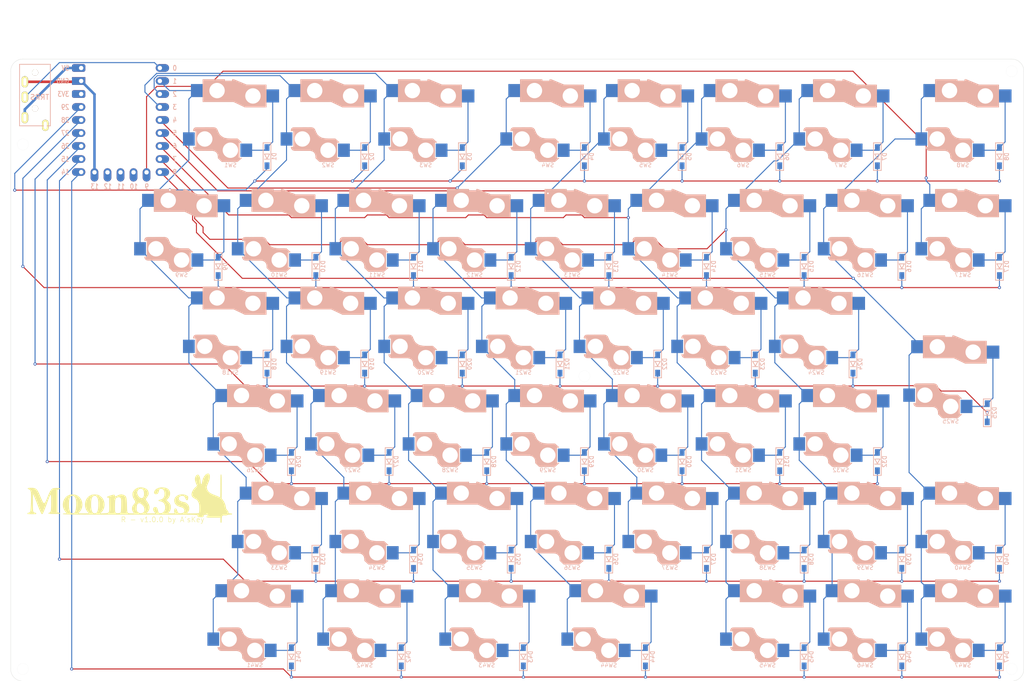
<source format=kicad_pcb>
(kicad_pcb (version 20240108) (generator "pcbnew") (generator_version "8.0")
  (layers (0 "F.Cu" signal) (31 "B.Cu" signal) (34 "B.Paste" user) (35 "F.Paste" user) (36 "B.SilkS" user "B.Silkscreen") (37 "F.SilkS" user "F.Silkscreen") (38 "B.Mask" user) (39 "F.Mask" user) (44 "Edge.Cuts" user))
  (net 0 "")
  (net 1 "Net-(D1-A)")
  (net 2 "Net-(D2-A)")
  (net 3 "Net-(D3-A)")
  (net 4 "Net-(D4-A)")
  (net 5 "Net-(D5-A)")
  (net 6 "Net-(D6-A)")
  (net 7 "Net-(D7-A)")
  (net 8 "Net-(D8-A)")
  (net 9 "Net-(D9-A)")
  (net 10 "Net-(D10-A)")
  (net 11 "Net-(D11-A)")
  (net 12 "Net-(D12-A)")
  (net 13 "Net-(D13-A)")
  (net 14 "Net-(D14-A)")
  (net 15 "Net-(D15-A)")
  (net 16 "Net-(D16-A)")
  (net 17 "Net-(D17-A)")
  (net 18 "Net-(D18-A)")
  (net 19 "Net-(D19-A)")
  (net 20 "Net-(D20-A)")
  (net 21 "Net-(D21-A)")
  (net 22 "Net-(D22-A)")
  (net 23 "Net-(D23-A)")
  (net 24 "Net-(D24-A)")
  (net 25 "Net-(D25-A)")
  (net 26 "Net-(D26-A)")
  (net 27 "Net-(D27-A)")
  (net 28 "Net-(D28-A)")
  (net 29 "Net-(D29-A)")
  (net 30 "Net-(D30-A)")
  (net 31 "Net-(D31-A)")
  (net 32 "Net-(D32-A)")
  (net 33 "Net-(D33-A)")
  (net 34 "Net-(D34-A)")
  (net 35 "Net-(D35-A)")
  (net 36 "Net-(D36-A)")
  (net 37 "GND")
  (net 38 "VCC")
  (net 40 "data")
  (net 41 "col0")
  (net 42 "col1")
  (net 43 "col2")
  (net 44 "col3")
  (net 45 "col4")
  (net 46 "col5")
  (net 48 "row6")
  (net 49 "row7")
  (net 50 "row8")
  (net 51 "row9")
  (net 52 "row10")
  (net 53 "Net-(D37-A)")
  (net 54 "Net-(D38-A)")
  (net 55 "Net-(D39-A)")
  (net 56 "Net-(D40-A)")
  (net 57 "Net-(D41-A)")
  (net 58 "row11")
  (net 59 "Net-(D42-A)")
  (net 60 "Net-(D43-A)")
  (net 61 "Net-(D44-A)")
  (net 62 "Net-(D45-A)")
  (net 63 "Net-(D46-A)")
  (net 64 "Net-(D47-A)")
  (net 65 "col6")
  (net 66 "col8")
  (net 67 "col7")
  (footprint "kbd_Parts:Diode_SMD" (layer "F.Cu") (at 211.93125 85.725 90)
    (property "Reference" "D16")
    (property "Value" "D" (hide yes))
  )
  (footprint "kbd_Parts:Diode_SMD" (layer "F.Cu") (at 230.98125 161.925 90)
    (property "Reference" "D47")
    (property "Value" "D" (hide yes))
  )
  (footprint "askey:SW_choc12_gateron_low_profile_hotswap_1u_no_led" (layer "F.Cu") (at 223.8375 78.58125)
    (property "Reference" "SW17")
    (property "Value" "SW_PUSH" (hide yes))
  )
  (footprint "kbd_Parts:Diode_SMD" (layer "F.Cu") (at 230.98125 85.725 90)
    (property "Reference" "D17")
    (property "Value" "D" (hide yes))
  )
  (footprint "askey:SW_choc12_gateron_low_profile_hotswap_1u_no_led" (layer "F.Cu") (at 107.15625 154.78125)
    (property "Reference" "SW42")
    (property "Value" "SW_PUSH" (hide yes))
  )
  (footprint "askey:SW_choc12_gateron_low_profile_hotswap_1u_no_led" (layer "F.Cu") (at 161.925 57.15)
    (property "Reference" "SW5")
    (property "Value" "SW_PUSH" (hide yes))
  )
  (footprint "askey:SW_choc12_gateron_low_profile_hotswap_1u_no_led" (layer "F.Cu") (at 119.0625 57.15)
    (property "Reference" "SW3")
    (property "Value" "SW_PUSH" (hide yes))
  )
  (footprint "askey:SW_choc12_gateron_low_profile_hotswap_1u_no_led" (layer "F.Cu") (at 104.775 116.68125)
    (property "Reference" "SW27")
    (property "Value" "SW_PUSH" (hide yes))
  )
  (footprint "kbd_Parts:Diode_SMD" (layer "F.Cu") (at 150.01875 64.29375 90)
    (property "Reference" "D4")
    (property "Value" "D" (hide yes))
  )
  (footprint "kbd_Parts:Diode_SMD" (layer "F.Cu") (at 97.63125 142.875 90)
    (property "Reference" "D33")
    (property "Value" "D" (hide yes))
  )
  (footprint "askey:SW_choc12_gateron_low_profile_hotswap_1u_no_led" (layer "F.Cu") (at 200.025 116.68125)
    (property "Reference" "SW32")
    (property "Value" "SW_PUSH" (hide yes))
  )
  (footprint "kbd_Parts:Diode_SMD" (layer "F.Cu") (at 192.88125 161.925 90)
    (property "Reference" "D45")
    (property "Value" "D" (hide yes))
  )
  (footprint "askey:SW_choc12_gateron_low_profile_hotswap_1u_no_led" (layer "F.Cu") (at 138.1125 97.63125)
    (property "Reference" "SW21")
    (property "Value" "SW_PUSH" (hide yes))
  )
  (footprint "kbd_Parts:TRRS_MJ-4PP-9" (layer "F.Cu") (at 42.8625 52.3875)
    (property "Reference" "J1")
    (property "Value" "TRRS_MJ-4PP-9" (hide yes))
  )
  (footprint "kbd_Parts:Diode_SMD" (layer "F.Cu") (at 154.78125 142.875 90)
    (property "Reference" "D36")
    (property "Value" "D" (hide yes))
  )
  (footprint "askey:SW_choc12_gateron_low_profile_hotswap_1u_no_led" (layer "F.Cu") (at 109.5375 78.58125)
    (property "Reference" "SW11")
    (property "Value" "SW_PUSH" (hide yes))
  )
  (footprint "askey:SW_choc12_gateron_low_profile_hotswap_1u_no_led" (layer "F.Cu") (at 154.78125 154.78125)
    (property "Reference" "SW44")
    (property "Value" "SW_PUSH" (hide yes))
  )
  (footprint "askey:SW_choc12_gateron_low_profile_hotswap_1u_no_led" (layer "F.Cu") (at 109.5375 135.73125)
    (property "Reference" "SW34")
    (property "Value" "SW_PUSH" (hide yes))
  )
  (footprint "kbd_Parts:Diode_SMD" (layer "F.Cu") (at 116.68125 142.875 90)
    (property "Reference" "D34")
    (property "Value" "D" (hide yes))
  )
  (footprint "kbd_Parts:Diode_SMD" (layer "F.Cu") (at 150.01875 123.825 90)
    (property "Reference" "D29")
    (property "Value" "D" (hide yes))
  )
  (footprint "kbd_Parts:Diode_SMD" (layer "F.Cu") (at 88.10625 104.775 90)
    (property "Reference" "D18")
    (property "Value" "D" (hide yes))
  )
  (footprint "askey:SW_choc12_gateron_low_profile_hotswap_1u_no_led" (layer "F.Cu") (at 147.6375 78.58125)
    (property "Reference" "SW13")
    (property "Value" "SW_PUSH" (hide yes))
  )
  (footprint "kbd_Parts:Diode_SMD" (layer "F.Cu") (at 111.91875 123.825 90)
    (property "Reference" "D27")
    (property "Value" "D" (hide yes))
  )
  (footprint "kbd_Parts:Diode_SMD" (layer "F.Cu") (at 126.20625 104.775 90)
    (property "Reference" "D20")
    (property "Value" "D" (hide yes))
  )
  (footprint "kbd_Hole:m2_Screw_Hole_EdgeCuts" (layer "F.Cu") (at 40.48125 164.30625)
    (property "Reference" "Ref**" (hide yes))
    (property "Value" "Val**" (hide yes))
    (fp_circle (center 0 0) (end 1.1 0) (stroke (width 0.01)) (fill none) (layer "Edge.Cuts"))
  )
  (footprint "kbd_Parts:Diode_SMD" (layer "F.Cu") (at 192.88125 142.875 90)
    (property "Reference" "D38")
    (property "Value" "D" (hide yes))
  )
  (footprint "symbol:Moon83s_logo" (layer "F.Cu") (at 61.9125 130.96875)
    (property "Reference" "G***" (hide yes))
    (property "Value" "LOGO" (hide yes))
  )
  (footprint "askey:SW_choc12_gateron_low_profile_hotswap_1u_no_led" (layer "F.Cu") (at 223.8375 135.73125)
    (property "Reference" "SW40")
    (property "Value" "SW_PUSH" (hide yes))
  )
  (footprint "isw-kbd:RP2040-Zero-THT" (layer "F.Cu") (at 59.53125 57.15)
    (property "Reference" "U1" (hide yes))
    (property "Value" "RP2040-Zero" (hide yes))
  )
  (footprint "kbd_Parts:Diode_SMD" (layer "F.Cu") (at 230.98125 64.29375 90)
    (property "Reference" "D8")
    (property "Value" "D" (hide yes))
  )
  (footprint "askey:SW_choc12_gateron_low_profile_hotswap_1u_no_led" (layer "F.Cu") (at 185.7375 135.73125)
    (property "Reference" "SW38")
    (property "Value" "SW_PUSH" (hide yes))
  )
  (footprint "askey:SW_choc12_gateron_low_profile_hotswap_1u_no_led" (layer "F.Cu") (at 185.7375 78.58125)
    (property "Reference" "SW15")
    (property "Value" "SW_PUSH" (hide yes))
  )
  (footprint "kbd_Parts:Diode_SMD" (layer "F.Cu") (at 207.16875 64.29375 90)
    (property "Reference" "D7")
    (property "Value" "D" (hide yes))
  )
  (footprint "kbd_Parts:Diode_SMD" (layer "F.Cu") (at 207.16875 123.825 90)
    (property "Reference" "D32")
    (property "Value" "D" (hide yes))
  )
  (footprint "kbd_Parts:Diode_SMD" (layer "F.Cu") (at 78.58125 85.725 90)
    (property "Reference" "D9")
    (property "Value" "D" (hide yes))
  )
  (footprint "kbd_Parts:Diode_SMD" (layer "F.Cu") (at 173.83125 142.875 90)
    (property "Reference" "D37")
    (property "Value" "D" (hide yes))
  )
  (footprint "kbd_Parts:Diode_SMD" (layer "F.Cu") (at 116.68125 85.725 90)
    (property "Reference" "D11")
    (property "Value" "D" (hide yes))
  )
  (footprint "askey:SW_choc12_gateron_low_profile_hotswap_1u_no_led" (layer "F.Cu") (at 157.1625 97.63125)
    (property "Reference" "SW22")
    (property "Value" "SW_PUSH" (hide yes))
  )
  (footprint "kbd_Parts:Diode_SMD" (layer "F.Cu") (at 211.93125 142.875 90)
    (property "Reference" "D39")
    (property "Value" "D" (hide yes))
  )
  (footprint "kbd_Parts:Diode_SMD" (layer "F.Cu") (at 188.11875 123.825 90)
    (property "Reference" "D31")
    (property "Value" "D" (hide yes))
  )
  (footprint "askey:SW_choc12_gateron_low_profile_hotswap_1u_no_led" (layer "F.Cu") (at 119.0625 97.63125)
    (property "Reference" "SW20")
    (property "Value" "SW_PUSH" (hide yes))
  )
  (footprint "askey:SW_choc12_gateron_low_profile_hotswap_1u_no_led" (layer "F.Cu") (at 223.8375 154.78125)
    (property "Reference" "SW47")
    (property "Value" "SW_PUSH" (hide yes))
  )
  (footprint "askey:SW_choc12_gateron_low_profile_hotswap_1u_no_led" (layer "F.Cu") (at 204.7875 78.58125)
    (property "Reference" "SW16")
    (property "Value" "SW_PUSH" (hide yes))
  )
  (footprint "kbd_Parts:Diode_SMD" (layer "F.Cu") (at 161.925 161.925 90)
    (property "Reference" "D44")
    (property "Value" "D" (hide yes))
  )
  (footprint "kbd_Parts:Diode_SMD" (layer "F.Cu") (at 169.06875 123.825 90)
    (property "Reference" "D30")
    (property "Value" "D" (hide yes))
  )
  (footprint "kbd_Parts:Diode_SMD" (layer "F.Cu") (at 107.15625 104.775 90)
    (property "Reference" "D19")
    (property "Value" "D" (hide yes))
  )
  (footprint "kbd_Parts:Diode_SMD" (layer "F.Cu") (at 154.78125 85.725 90)
    (property "Reference" "D13")
    (property "Value" "D" (hide yes))
  )
  (footprint "kbd_Parts:Diode_SMD" (layer "F.Cu") (at 126.20625 64.29375 90)
    (property "Reference" "D3")
    (property "Value" "D" (hide yes))
  )
  (footprint "askey:SW_choc12_gateron_low_profile_hotswap_1u_no_led" (layer "F.Cu") (at 100.0125 97.63125)
    (property "Reference" "SW19")
    (property "Value" "SW_PUSH" (hide yes))
  )
  (footprint "askey:SW_choc12_gateron_low_profile_hotswap_1u_no_led" (layer "F.Cu") (at 130.96875 154.78125)
    (property "Reference" "SW43")
    (property "Value" "SW_PUSH" (hide yes))
  )
  (footprint "askey:SW_choc12_gateron_low_profile_hotswap_1u_no_led" (layer "F.Cu") (at 223.8375 57.15)
    (property "Reference" "SW8")
    (property "Value" "SW_PUSH" (hide yes))
  )
  (footprint "askey:SW_choc12_gateron_low_profile_hotswap_1u_no_led" (layer "F.Cu") (at 166.6875 78.58125)
    (property "Reference" "SW14")
    (property "Value" "SW_PUSH" (hide yes))
  )
  (footprint "askey:SW_choc12_gateron_low_profile_hotswap_1u_no_led" (layer "F.Cu") (at 166.6875 135.73125)
    (property "Reference" "SW37")
    (property "Value" "SW_PUSH" (hide yes))
  )
  (footprint "kbd_Hole:m2_Screw_Hole_EdgeCuts" (layer "F.Cu") (at 40.48125 61.9125)
    (property "Reference" "Ref**" (hide yes))
    (property "Value" "Val**" (hide yes))
    (fp_circle (center 0 0) (end 1.1 0) (stroke (width 0.01)) (fill none) (layer "Edge.Cuts"))
  )
  (footprint "askey:SW_choc12_gateron_low_profile_hotswap_1u_no_led" (layer "F.Cu") (at 142.875 116.68125)
    (property "Reference" "SW29")
    (property "Value" "SW_PUSH" (hide yes))
  )
  (footprint "askey:SW_choc12_gateron_low_profile_hotswap_1u_no_led" (layer "F.Cu") (at 142.875 57.15)
    (property "Reference" "SW4")
    (property "Value" "SW_PUSH" (hide yes))
  )
  (footprint "kbd_Parts:Diode_SMD" (layer "F.Cu") (at 135.73125 85.725 90)
    (property "Reference" "D12")
    (property "Value" "D" (hide yes))
  )
  (footprint "kbd_Hole:m2_Screw_Hole_EdgeCuts" (layer "F.Cu") (at 233.3625 47.625)
    (property "Reference" "Ref**" (hide yes))
    (property "Value" "Val**" (hide yes))
    (fp_circle (center 0 0) (end 1.1 0) (stroke (width 0.01)) (fill none) (layer "Edge.Cuts"))
  )
  (footprint "askey:SW_choc12_gateron_low_profile_hotswap_1u_no_led" (layer "F.Cu") (at 180.975 57.15)
    (property "Reference" "SW6")
    (property "Value" "SW_PUSH" (hide yes))
  )
  (footprint "kbd_Parts:Diode_SMD" (layer "F.Cu") (at 92.86875 161.925 90)
    (property "Reference" "D41")
    (property "Value" "D" (hide yes))
  )
  (footprint "kbd_Parts:Diode_SMD" (layer "F.Cu") (at 114.3 161.925 90)
    (property "Reference" "D42")
    (property "Value" "D" (hide yes))
  )
  (footprint "askey:SW_choc12_gateron_low_profile_hotswap_1u_no_led" (layer "F.Cu") (at 185.7375 154.78125)
    (property "Reference" "SW45")
    (property "Value" "SW_PUSH" (hide yes))
  )
  (footprint "askey:SW_choc12_gateron_low_profile_hotswap_1u_no_led" (layer "F.Cu") (at 80.9625 97.63125)
    (property "Reference" "SW18")
    (property "Value" "SW_PUSH" (hide yes))
  )
  (footprint "kbd_Parts:Diode_SMD" (layer "F.Cu") (at 202.40625 104.775 90)
    (property "Reference" "D24")
    (property "Value" "D" (hide yes))
  )
  (footprint "askey:SW_choc12_gateron_low_profile_hotswap_1u_no_led" (layer "F.Cu") (at 161.925 116.68125)
    (property "Reference" "SW30")
    (property "Value" "SW_PUSH" (hide yes))
  )
  (footprint "askey:SW_choc12_gateron_low_profile_hotswap_1u_no_led" (layer "F.Cu") (at 176.2125 97.63125)
    (property "Reference" "SW23")
    (property "Value" "SW_PUSH" (hide yes))
  )
  (footprint "askey:SW_choc12_gateron_low_profile_hotswap_1u_no_led" (layer "F.Cu") (at 204.7875 135.73125)
    (property "Reference" "SW39")
    (property "Value" "SW_PUSH" (hide yes))
  )
  (footprint "kbd_Parts:Diode_SMD" (layer "F.Cu") (at 230.98125 142.875 90)
    (property "Reference" "D40")
    (property "Value" "D" (hide yes))
  )
  (footprint "askey:SW_choc12_gateron_low_profile_hotswap_1u_no_led" (layer "F.Cu") (at 80.9625 57.15)
    (property "Reference" "SW1")
    (property "Value" "SW_PUSH" (hide yes))
  )
  (footprint "askey:SW_choc12_gateron_low_profile_hotswap_1u_no_led" (layer "F.Cu") (at 128.5875 135.73125)
    (property "Reference" "SW35")
    (property "Value" "SW_PUSH" (hide yes))
  )
  (footprint "askey:SW_choc12_gateron_low_profile_hotswap_1u_no_led" (layer "F.Cu") (at 200.025 57.15)
    (property "Reference" "SW7")
    (property "Value" "SW_PUSH" (hide yes))
  )
  (footprint "kbd_Parts:Diode_SMD" (layer "F.Cu") (at 130.96875 123.825 90)
    (property "Reference" "D28")
    (property "Value" "D" (hide yes))
  )
  (footprint "askey:SW_choc12_gateron_low_profile_hotswap_1u_no_led" (layer "F.Cu") (at 85.725 154.78125)
    (property "Reference" "SW41")
    (property "Value" "SW_PUSH" (hide yes))
  )
  (footprint "kbd_Parts:Diode_SMD" (layer "F.Cu") (at 88.10625 64.29375 90)
    (property "Reference" "D1")
    (property "Value" "D" (hide yes))
  )
  (footprint "kbd_Parts:Diode_SMD" (layer "F.Cu") (at 173.83125 85.725 90)
    (property "Reference" "D14")
    (property "Value" "D" (hide yes))
  )
  (footprint "askey:SW_choc12_gateron_low_profile_hotswap_1u_no_led" (layer "F.Cu") (at 90.4875 135.73125)
    (property "Reference" "SW33")
    (property "Value" "SW_PUSH" (hide yes))
  )
  (footprint "askey:SW_choc12_gateron_low_profile_hotswap_1u_no_led" (layer "F.Cu") (at 195.2625 97.63125)
    (property "Reference" "SW24")
    (property "Value" "SW_PUSH" (hide yes))
  )
  (footprint "askey:SW_choc12_gateron_low_profile_hotswap_1u_no_led" (layer "F.Cu") (at 204.7875 154.78125)
    (property "Reference" "SW46")
    (property "Value" "SW_PUSH" (hide yes))
  )
  (footprint "kbd_Parts:Diode_SMD" (layer "F.Cu") (at 169.06875 64.29375 90)
    (property "Reference" "D5")
    (property "Value" "D" (hide yes))
  )
  (footprint "askey:SW_choc12_gateron_low_profile_hotswap_1u_no_led" (layer "F.Cu") (at 85.725 116.68125)
    (property "Reference" "SW26")
    (property "Value" "SW_PUSH" (hide yes))
  )
  (footprint "kbd_Parts:Diode_SMD" (layer "F.Cu") (at 138.1125 161.925 90)
    (property "Reference" "D43")
    (property "Value" "D" (hide yes))
  )
  (footprint "kbd_Parts:Diode_SMD" (layer "F.Cu") (at 183.35625 104.775 90)
    (property "Reference" "D23")
    (property "Value" "D" (hide yes))
  )
  (footprint "askey:SW_choc12_gateron_low_profile_hotswap_1u_no_led" (layer "F.Cu") (at 221.45625 107.15625)
    (property "Reference" "SW25")
    (property "Value" "SW_PUSH" (hide yes))
  )
  (footprint "kbd_Parts:Diode_SMD" (layer "F.Cu") (at 97.63125 85.725 90)
    (property "Reference" "D10")
    (property "Value" "D" (hide yes))
  )
  (footprint "askey:SW_choc12_gateron_low_profile_hotswap_1u_no_led" (layer "F.Cu") (at 123.825 116.68125)
    (property "Reference" "SW28")
    (property "Value" "SW_PUSH" (hide yes))
  )
  (footprint "kbd_Parts:Diode_SMD" (layer "F.Cu") (at 92.86875 123.825 90)
    (property "Reference" "D26")
    (property "Value" "D" (hide yes))
  )
  (footprint "kbd_Parts:Diode_SMD" (layer "F.Cu") (at 211.93125 161.925 90)
    (property "Reference" "D46")
    (property "Value" "D" (hide yes))
  )
  (footprint "kbd_Hole:m2_Screw_Hole_EdgeCuts" (layer "F.Cu") (at 150.01875 107.15625)
    (property "Reference" "Ref**" (hide yes))
    (property "Value" "Val**" (hide yes))
    (fp_circle (center 0 0) (end 1.1 0) (stroke (width 0.01)) (fill none) (layer "Edge.Cuts"))
  )
  (footprint "kbd_Parts:Diode_SMD" (layer "F.Cu") (at 164.30625 104.775 90)
    (property "Reference" "D22")
    (property "Value" "D" (hide yes))
  )
  (footprint "kbd_Parts:Diode_SMD" (layer "F.Cu") (at 107.15625 64.29375 90)
    (property "Reference" "D2")
    (property "Value" "D" (hide yes))
  )
  (footprint "kbd_Parts:Diode_SMD" (layer "F.Cu") (at 135.73125 142.875 90)
    (property "Reference" "D35")
    (property "Value" "D" (hide yes))
  )
  (footprint "askey:SW_choc12_gateron_low_profile_hotswap_1u_no_led" (layer "F.Cu") (at 128.5875 78.58125)
    (property "Reference" "SW12")
    (property "Value" "SW_PUSH" (hide yes))
  )
  (footprint "kbd_Parts:Diode_SMD" (layer "F.Cu") (at 145.25625 104.775 90)
    (property "Reference" "D21")
    (property "Value" "D" (hide yes))
  )
  (footprint "kbd_Hole:m2_Screw_Hole_EdgeCuts" (layer "F.Cu") (at 233.3625 164.30625)
    (property "Reference" "Ref**" (hide yes))
    (property "Value" "Val**" (hide yes))
    (fp_circle (center 0 0) (end 1.1 0) (stroke (width 0.01)) (fill none) (layer "Edge.Cuts"))
  )
  (footprint "kbd_Parts:Diode_SMD" (layer "F.Cu") (at 228.6 114.3 90)
    (property "Reference" "D25")
    (property "Value" "D" (hide yes))
  )
  (footprint "askey:SW_choc12_gateron_low_profile_hotswap_1u_no_led" (layer "F.Cu") (at 100.0125 57.15)
    (property "Reference" "SW2")
    (property "Value" "SW_PUSH" (hide yes))
  )
  (footprint "askey:SW_choc12_gateron_low_profile_hotswap_1u_no_led" (layer "F.Cu") (at 90.4875 78.58125)
    (property "Reference" "SW10")
    (property "Value" "SW_PUSH" (hide yes))
  )
  (footprint "kbd_Parts:Diode_SMD" (layer "F.Cu") (at 192.88125 85.725 90)
    (property "Reference" "D15")
    (property "Value" "D" (hide yes))
  )
  (footprint "askey:SW_choc12_gateron_low_profile_hotswap_1u_no_led" (layer "F.Cu") (at 147.6375 135.73125)
    (property "Reference" "SW36")
    (property "Value" "SW_PUSH" (hide yes))
  )
  (footprint "askey:SW_choc12_gateron_low_profile_hotswap_1u_no_led" (layer "F.Cu") (at 180.975 116.68125)
    (property "Reference" "SW31")
    (property "Value" "SW_PUSH" (hide yes))
  )
  (footprint "kbd_Parts:Diode_SMD" (layer "F.Cu") (at 188.11875 64.29375 90)
    (property "Reference" "D6")
    (property "Value" "D" (hide yes))
  )
  (footprint "askey:SW_choc12_gateron_low_profile_hotswap_1u_no_led" (layer "F.Cu") (at 71.4375 78.58125)
    (property "Reference" "SW9")
    (property "Value" "SW_PUSH" (hide yes))
  )
  (gr_line (start 38.1 47.625) (end 38.1 164.30625) (stroke (width 0.05)) (layer "Edge.Cuts"))
  (gr_arc (start 40.48125 166.6875) (mid 38.797452 165.990048) (end 38.1 164.30625) (stroke (width 0.05)) (layer "Edge.Cuts"))
  (gr_line (start 40.48125 166.6875) (end 233.3625 166.6875) (stroke (width 0.05)) (layer "Edge.Cuts"))
  (gr_line (start 233.3625 45.24375) (end 40.48125 45.24375) (stroke (width 0.05)) (layer "Edge.Cuts"))
  (gr_arc (start 38.1 47.625) (mid 38.797452 45.941202) (end 40.48125 45.24375) (stroke (width 0.05)) (layer "Edge.Cuts"))
  (gr_arc (start 233.3625 45.24375) (mid 235.046298 45.941202) (end 235.74375 47.625) (stroke (width 0.05)) (layer "Edge.Cuts"))
  (gr_line (start 235.74375 164.30625) (end 235.74375 47.625) (stroke (width 0.05)) (layer "Edge.Cuts"))
  (gr_arc (start 235.74375 164.30625) (mid 235.046298 165.990048) (end 233.3625 166.6875) (stroke (width 0.05)) (layer "Edge.Cuts"))
  (gr_text "R - v1.0.0 by A'sKey" (at 59.53125 135.73125 0) (layer "F.SilkS") (effects (font (size 1 1) (thickness 0.1)) (justify left bottom)))
  (segment (start 84.0625 63.05) (end 87.575 63.05) (width 0.2) (layer "B.Cu") (net 1))
  (segment (start 87.575 63.05) (end 88.10625 62.51875) (width 0.2) (layer "B.Cu") (net 1))
  (segment (start 89.2125 61.4125) (end 88.10625 62.51875) (width 0.2) (layer "B.Cu") (net 1))
  (segment (start 89.2125 52.45) (end 89.2125 61.4125) (width 0.2) (layer "B.Cu") (net 1))
  (segment (start 108.2625 52.45) (end 108.2625 61.4125) (width 0.2) (layer "B.Cu") (net 2))
  (segment (start 103.1125 63.05) (end 106.625 63.05) (width 0.2) (layer "B.Cu") (net 2))
  (segment (start 106.625 63.05) (end 107.15625 62.51875) (width 0.2) (layer "B.Cu") (net 2))
  (segment (start 108.2625 61.4125) (end 107.15625 62.51875) (width 0.2) (layer "B.Cu") (net 2))
  (segment (start 127.3125 52.45) (end 127.3125 61.4125) (width 0.2) (layer "B.Cu") (net 3))
  (segment (start 125.675 63.05) (end 126.20625 62.51875) (width 0.2) (layer "B.Cu") (net 3))
  (segment (start 127.3125 61.4125) (end 126.20625 62.51875) (width 0.2) (layer "B.Cu") (net 3))
  (segment (start 122.1625 63.05) (end 125.675 63.05) (width 0.2) (layer "B.Cu") (net 3))
  (segment (start 149.4875 63.05) (end 150.01875 62.51875) (width 0.2) (layer "B.Cu") (net 4))
  (segment (start 151.125 61.4125) (end 150.01875 62.51875) (width 0.2) (layer "B.Cu") (net 4))
  (segment (start 145.975 63.05) (end 149.4875 63.05) (width 0.2) (layer "B.Cu") (net 4))
  (segment (start 151.125 52.45) (end 151.125 61.4125) (width 0.2) (layer "B.Cu") (net 4))
  (segment (start 170.175 52.45) (end 170.175 61.4125) (width 0.2) (layer "B.Cu") (net 5))
  (segment (start 168.5375 63.05) (end 169.06875 62.51875) (width 0.2) (layer "B.Cu") (net 5))
  (segment (start 170.175 61.4125) (end 169.06875 62.51875) (width 0.2) (layer "B.Cu") (net 5))
  (segment (start 165.025 63.05) (end 168.5375 63.05) (width 0.2) (layer "B.Cu") (net 5))
  (segment (start 189.225 61.4125) (end 188.11875 62.51875) (width 0.2) (layer "B.Cu") (net 6))
  (segment (start 184.075 63.05) (end 187.5875 63.05) (width 0.2) (layer "B.Cu") (net 6))
  (segment (start 189.225 52.45) (end 189.225 61.4125) (width 0.2) (layer "B.Cu") (net 6))
  (segment (start 187.5875 63.05) (end 188.11875 62.51875) (width 0.2) (layer "B.Cu") (net 6))
  (segment (start 203.125 63.05) (end 206.6375 63.05) (width 0.2) (layer "B.Cu") (net 7))
  (segment (start 208.275 61.4125) (end 207.16875 62.51875) (width 0.2) (layer "B.Cu") (net 7))
  (segment (start 206.6375 63.05) (end 207.16875 62.51875) (width 0.2) (layer "B.Cu") (net 7))
  (segment (start 208.275 52.45) (end 208.275 61.4125) (width 0.2) (layer "B.Cu") (net 7))
  (segment (start 232.0875 61.4125) (end 230.98125 62.51875) (width 0.2) (layer "B.Cu") (net 8))
  (segment (start 232.0875 52.45) (end 232.0875 61.4125) (width 0.2) (layer "B.Cu") (net 8))
  (segment (start 226.9375 63.05) (end 230.45 63.05) (width 0.2) (layer "B.Cu") (net 8))
  (segment (start 230.45 63.05) (end 230.98125 62.51875) (width 0.2) (layer "B.Cu") (net 8))
  (segment (start 78.05 84.48125) (end 78.58125 83.95) (width 0.2) (layer "B.Cu") (net 9))
  (segment (start 79.6875 73.88125) (end 79.6875 82.84375) (width 0.2) (layer "B.Cu") (net 9))
  (segment (start 74.5375 84.48125) (end 78.05 84.48125) (width 0.2) (layer "B.Cu") (net 9))
  (segment (start 79.6875 82.84375) (end 78.58125 83.95) (width 0.2) (layer "B.Cu") (net 9))
  (segment (start 93.5875 84.48125) (end 97.1 84.48125) (width 0.2) (layer "B.Cu") (net 10))
  (segment (start 97.1 84.48125) (end 97.63125 83.95) (width 0.2) (layer "B.Cu") (net 10))
  (segment (start 98.7375 73.88125) (end 98.7375 82.84375) (width 0.2) (layer "B.Cu") (net 10))
  (segment (start 98.7375 82.84375) (end 97.63125 83.95) (width 0.2) (layer "B.Cu") (net 10))
  (segment (start 116.15 84.48125) (end 116.68125 83.95) (width 0.2) (layer "B.Cu") (net 11))
  (segment (start 117.7875 82.84375) (end 116.68125 83.95) (width 0.2) (layer "B.Cu") (net 11))
  (segment (start 117.7875 73.88125) (end 117.7875 82.84375) (width 0.2) (layer "B.Cu") (net 11))
  (segment (start 112.6375 84.48125) (end 116.15 84.48125) (width 0.2) (layer "B.Cu") (net 11))
  (segment (start 131.6875 84.48125) (end 135.2 84.48125) (width 0.2) (layer "B.Cu") (net 12))
  (segment (start 136.8375 73.88125) (end 136.8375 82.84375) (width 0.2) (layer "B.Cu") (net 12))
  (segment (start 136.8375 82.84375) (end 135.73125 83.95) (width 0.2) (layer "B.Cu") (net 12))
  (segment (start 135.2 84.48125) (end 135.73125 83.95) (width 0.2) (layer "B.Cu") (net 12))
  (segment (start 154.25 84.48125) (end 154.78125 83.95) (width 0.2) (layer "B.Cu") (net 13))
  (segment (start 150.7375 84.48125) (end 154.25 84.48125) (width 0.2) (layer "B.Cu") (net 13))
  (segment (start 155.8875 82.84375) (end 154.78125 83.95) (width 0.2) (layer "B.Cu") (net 13))
  (segment (start 155.8875 73.88125) (end 155.8875 82.84375) (width 0.2) (layer "B.Cu") (net 13))
  (segment (start 173.3 84.48125) (end 173.83125 83.95) (width 0.2) (layer "B.Cu") (net 14))
  (segment (start 174.9375 82.84375) (end 173.83125 83.95) (width 0.2) (layer "B.Cu") (net 14))
  (segment (start 169.7875 84.48125) (end 173.3 84.48125) (width 0.2) (layer "B.Cu") (net 14))
  (segment (start 174.9375 73.88125) (end 174.9375 82.84375) (width 0.2) (layer "B.Cu") (net 14))
  (segment (start 192.35 84.48125) (end 192.88125 83.95) (width 0.2) (layer "B.Cu") (net 15))
  (segment (start 193.9875 73.88125) (end 193.9875 82.84375) (width 0.2) (layer "B.Cu") (net 15))
  (segment (start 188.8375 84.48125) (end 192.35 84.48125) (width 0.2) (layer "B.Cu") (net 15))
  (segment (start 193.9875 82.84375) (end 192.88125 83.95) (width 0.2) (layer "B.Cu") (net 15))
  (segment (start 207.8875 84.48125) (end 211.4 84.48125) (width 0.2) (layer "B.Cu") (net 16))
  (segment (start 211.4 84.48125) (end 211.93125 83.95) (width 0.2) (layer "B.Cu") (net 16))
  (segment (start 213.0375 73.88125) (end 213.0375 82.84375) (width 0.2) (layer "B.Cu") (net 16))
  (segment (start 213.0375 82.84375) (end 211.93125 83.95) (width 0.2) (layer "B.Cu") (net 16))
  (segment (start 232.0875 82.84375) (end 230.98125 83.95) (width 0.2) (layer "B.Cu") (net 17))
  (segment (start 226.9375 84.48125) (end 230.45 84.48125) (width 0.2) (layer "B.Cu") (net 17))
  (segment (start 230.45 84.48125) (end 230.98125 83.95) (width 0.2) (layer "B.Cu") (net 17))
  (segment (start 232.0875 73.88125) (end 232.0875 82.84375) (width 0.2) (layer "B.Cu") (net 17))
  (segment (start 84.0625 103.53125) (end 87.575 103.53125) (width 0.2) (layer "B.Cu") (net 18))
  (segment (start 87.575 103.53125) (end 88.10625 103) (width 0.2) (layer "B.Cu") (net 18))
  (segment (start 89.2125 92.93125) (end 89.2125 101.89375) (width 0.2) (layer "B.Cu") (net 18))
  (segment (start 89.2125 101.89375) (end 88.10625 103) (width 0.2) (layer "B.Cu") (net 18))
  (segment (start 106.625 103.53125) (end 107.15625 103) (width 0.2) (layer "B.Cu") (net 19))
  (segment (start 103.1125 103.53125) (end 106.625 103.53125) (width 0.2) (layer "B.Cu") (net 19))
  (segment (start 108.2625 92.93125) (end 108.2625 101.89375) (width 0.2) (layer "B.Cu") (net 19))
  (segment (start 108.2625 101.89375) (end 107.15625 103) (width 0.2) (layer "B.Cu") (net 19))
  (segment (start 127.3125 92.93125) (end 127.3125 101.89375) (width 0.2) (layer "B.Cu") (net 20))
  (segment (start 125.675 103.53125) (end 126.20625 103) (width 0.2) (layer "B.Cu") (net 20))
  (segment (start 127.3125 101.89375) (end 126.20625 103) (width 0.2) (layer "B.Cu") (net 20))
  (segment (start 122.1625 103.53125) (end 125.675 103.53125) (width 0.2) (layer "B.Cu") (net 20))
  (segment (start 144.725 103.53125) (end 145.25625 103) (width 0.2) (layer "B.Cu") (net 21))
  (segment (start 141.2125 103.53125) (end 144.725 103.53125) (width 0.2) (layer "B.Cu") (net 21))
  (segment (start 146.3625 92.93125) (end 146.3625 101.89375) (width 0.2) (layer "B.Cu") (net 21))
  (segment (start 146.3625 101.89375) (end 145.25625 103) (width 0.2) (layer "B.Cu") (net 21))
  (segment (start 163.775 103.53125) (end 164.30625 103) (width 0.2) (layer "B.Cu") (net 22))
  (segment (start 165.4125 101.89375) (end 164.30625 103) (width 0.2) (layer "B.Cu") (net 22))
  (segment (start 160.2625 103.53125) (end 163.775 103.53125) (width 0.2) (layer "B.Cu") (net 22))
  (segment (start 165.4125 92.93125) (end 165.4125 101.89375) (width 0.2) (layer "B.Cu") (net 22))
  (segment (start 179.3125 103.53125) (end 182.825 103.53125) (width 0.2) (layer "B.Cu") (net 23))
  (segment (start 182.825 103.53125) (end 183.35625 103) (width 0.2) (layer "B.Cu") (net 23))
  (segment (start 184.4625 101.89375) (end 183.35625 103) (width 0.2) (layer "B.Cu") (net 23))
  (segment (start 184.4625 92.93125) (end 184.4625 101.89375) (width 0.2) (layer "B.Cu") (net 23))
  (segment (start 203.5125 92.93125) (end 203.5125 101.89375) (width 0.2) (layer "B.Cu") (net 24))
  (segment (start 201.875 103.53125) (end 202.40625 103) (width 0.2) (layer "B.Cu") (net 24))
  (segment (start 198.3625 103.53125) (end 201.875 103.53125) (width 0.2) (layer "B.Cu") (net 24))
  (segment (start 203.5125 101.89375) (end 202.40625 103) (width 0.2) (layer "B.Cu") (net 24))
  (segment (start 228.06875 113.05625) (end 228.6 112.525) (width 0.2) (layer "B.Cu") (net 25))
  (segment (start 229.70625 111.41875) (end 228.6 112.525) (width 0.2) (layer "B.Cu") (net 25))
  (segment (start 224.55625 113.05625) (end 228.06875 113.05625) (width 0.2) (layer "B.Cu") (net 25))
  (segment (start 229.70625 102.45625) (end 229.70625 111.41875) (width 0.2) (layer "B.Cu") (net 25))
  (segment (start 93.975 111.98125) (end 93.975 120.94375) (width 0.2) (layer "B.Cu") (net 26))
  (segment (start 88.825 122.58125) (end 92.3375 122.58125) (width 0.2) (layer "B.Cu") (net 26))
  (segment (start 92.3375 122.58125) (end 92.86875 122.05) (width 0.2) (layer "B.Cu") (net 26))
  (segment (start 93.975 120.94375) (end 92.86875 122.05) (width 0.2) (layer "B.Cu") (net 26))
  (segment (start 113.025 111.98125) (end 113.025 120.94375) (width 0.2) (layer "B.Cu") (net 27))
  (segment (start 111.3875 122.58125) (end 111.91875 122.05) (width 0.2) (layer "B.Cu") (net 27))
  (segment (start 107.875 122.58125) (end 111.3875 122.58125) (width 0.2) (layer "B.Cu") (net 27))
  (segment (start 113.025 120.94375) (end 111.91875 122.05) (width 0.2) (layer "B.Cu") (net 27))
  (segment (start 132.075 120.94375) (end 130.96875 122.05) (width 0.2) (layer "B.Cu") (net 28))
  (segment (start 126.925 122.58125) (end 130.4375 122.58125) (width 0.2) (layer "B.Cu") (net 28))
  (segment (start 132.075 111.98125) (end 132.075 120.94375) (width 0.2) (layer "B.Cu") (net 28))
  (segment (start 130.4375 122.58125) (end 130.96875 122.05) (width 0.2) (layer "B.Cu") (net 28))
  (segment (start 151.125 120.94375) (end 150.01875 122.05) (width 0.2) (layer "B.Cu") (net 29))
  (segment (start 151.125 111.98125) (end 151.125 120.94375) (width 0.2) (layer "B.Cu") (net 29))
  (segment (start 149.4875 122.58125) (end 150.01875 122.05) (width 0.2) (layer "B.Cu") (net 29))
  (segment (start 145.975 122.58125) (end 149.4875 122.58125) (width 0.2) (layer "B.Cu") (net 29))
  (segment (start 168.5375 122.58125) (end 169.06875 122.05) (width 0.2) (layer "B.Cu") (net 30))
  (segment (start 170.175 120.94375) (end 169.06875 122.05) (width 0.2) (layer "B.Cu") (net 30))
  (segment (start 165.025 122.58125) (end 168.5375 122.58125) (width 0.2) (layer "B.Cu") (net 30))
  (segment (start 170.175 111.98125) (end 170.175 120.94375) (width 0.2) (layer "B.Cu") (net 30))
  (segment (start 189.225 120.94375) (end 188.11875 122.05) (width 0.2) (layer "B.Cu") (net 31))
  (segment (start 184.075 122.58125) (end 187.5875 122.58125) (width 0.2) (layer "B.Cu") (net 31))
  (segment (start 189.225 111.98125) (end 189.225 120.94375) (width 0.2) (layer "B.Cu") (net 31))
  (segment (start 187.5875 122.58125) (end 188.11875 122.05) (width 0.2) (layer "B.Cu") (net 31))
  (segment (start 208.275 120.94375) (end 207.16875 122.05) (width 0.2) (layer "B.Cu") (net 32))
  (segment (start 208.275 111.98125) (end 208.275 120.94375) (width 0.2) (layer "B.Cu") (net 32))
  (segment (start 206.6375 122.58125) (end 207.16875 122.05) (width 0.2) (layer "B.Cu") (net 32))
  (segment (start 203.125 122.58125) (end 206.6375 122.58125) (width 0.2) (layer "B.Cu") (net 32))
  (segment (start 98.7375 139.99375) (end 97.63125 141.1) (width 0.2) (layer "B.Cu") (net 33))
  (segment (start 93.5875 141.63125) (end 97.1 141.63125) (width 0.2) (layer "B.Cu") (net 33))
  (segment (start 97.1 141.63125) (end 97.63125 141.1) (width 0.2) (layer "B.Cu") (net 33))
  (segment (start 98.7375 131.03125) (end 98.7375 139.99375) (width 0.2) (layer "B.Cu") (net 33))
  (segment (start 117.7875 139.99375) (end 116.68125 141.1) (width 0.2) (layer "B.Cu") (net 34))
  (segment (start 112.6375 141.63125) (end 116.15 141.63125) (width 0.2) (layer "B.Cu") (net 34))
  (segment (start 116.15 141.63125) (end 116.68125 141.1) (width 0.2) (layer "B.Cu") (net 34))
  (segment (start 117.7875 131.03125) (end 117.7875 139.99375) (width 0.2) (layer "B.Cu") (net 34))
  (segment (start 136.8375 139.99375) (end 135.73125 141.1) (width 0.2) (layer "B.Cu") (net 35))
  (segment (start 135.2 141.63125) (end 135.73125 141.1) (width 0.2) (layer "B.Cu") (net 35))
  (segment (start 136.8375 131.03125) (end 136.8375 139.99375) (width 0.2) (layer "B.Cu") (net 35))
  (segment (start 131.6875 141.63125) (end 135.2 141.63125) (width 0.2) (layer "B.Cu") (net 35))
  (segment (start 154.25 141.63125) (end 154.78125 141.1) (width 0.2) (layer "B.Cu") (net 36))
  (segment (start 155.8875 139.99375) (end 154.78125 141.1) (width 0.2) (layer "B.Cu") (net 36))
  (segment (start 150.7375 141.63125) (end 154.25 141.63125) (width 0.2) (layer "B.Cu") (net 36))
  (segment (start 155.8875 131.03125) (end 155.8875 139.99375) (width 0.2) (layer "B.Cu") (net 36))
  (segment (start 51.70375 49.6875) (end 51.86125 49.53) (width 0.5) (layer "F.Cu") (net 37))
  (segment (start 40.8625 49.6875) (end 51.70375 49.6875) (width 0.5) (layer "F.Cu") (net 37))
  (segment (start 54.45125 52.12) (end 54.45125 67.36) (width 0.5) (layer "B.Cu") (net 37))
  (segment (start 51.86125 49.53) (end 54.45125 52.12) (width 0.5) (layer "B.Cu") (net 37))
  (segment (start 40.8625 55.0875) (end 48.96 46.99) (width 0.5) (layer "B.Cu") (net 38))
  (segment (start 40.8625 56.6875) (end 40.8625 55.0875) (width 0.5) (layer "B.Cu") (net 38))
  (segment (start 48.96 46.99) (end 51.86125 46.99) (width 0.5) (layer "B.Cu") (net 38))
  (segment (start 66.15125 45.94) (end 67.20125 46.99) (width 0.2) (layer "B.Cu") (net 40))
  (segment (start 40.8625 52.6875) (end 47.61 45.94) (width 0.2) (layer "B.Cu") (net 40))
  (segment (start 47.61 45.94) (end 66.15125 45.94) (width 0.2) (layer "B.Cu") (net 40))
  (segment (start 63.3375 82.28125) (end 63.3375 82.3875) (width 0.2) (layer "B.Cu") (net 41))
  (segment (start 77.625 150.68125) (end 77.625 158.48125) (width 0.2) (layer "B.Cu") (net 41))
  (segment (start 82.3875 131.63125) (end 82.3875 139.43125) (width 0.2) (layer "B.Cu") (net 41))
  (segment (start 63.3375 82.3875) (end 72.83125 91.88125) (width 0.2) (layer "B.Cu") (net 41))
  (segment (start 84.0375 126.9) (end 84.0375 129.98125) (width 0.2) (layer "B.Cu") (net 41))
  (segment (start 84.0375 129.98125) (end 82.3875 131.63125) (width 0.2) (layer "B.Cu") (net 41))
  (segment (start 72.8625 64.95625) (end 64.9875 72.83125) (width 0.2) (layer "B.Cu") (net 41))
  (segment (start 74.5125 51.4) (end 69.07125 51.4) (width 0.2) (layer "B.Cu") (net 41))
  (segment (start 63.3375 74.48125) (end 63.3375 82.28125) (width 0.2) (layer "B.Cu") (net 41))
  (segment (start 72.8625 93.53125) (end 72.8625 101.33125) (width 0.2) (layer "B.Cu") (net 41))
  (segment (start 79.275 149.03125) (end 77.625 150.68125) (width 0.2) (layer "B.Cu") (net 41))
  (segment (start 77.625 112.58125) (end 77.625 120.38125) (width 0.2) (layer "B.Cu") (net 41))
  (segment (start 77.625 120.4875) (end 84.0375 126.9) (width 0.2) (layer "B.Cu") (net 41))
  (segment (start 69.07125 51.4) (end 67.20125 49.53) (width 0.2) (layer "B.Cu") (net 41))
  (segment (start 77.625 120.38125) (end 77.625 120.4875) (width 0.2) (layer "B.Cu") (net 41))
  (segment (start 82.3875 139.43125) (end 82.3875 145.91875) (width 0.2) (layer "B.Cu") (net 41))
  (segment (start 72.8625 101.33125) (end 72.8625 104.51875) (width 0.2) (layer "B.Cu") (net 41))
  (segment (start 72.8625 104.51875) (end 79.275 110.93125) (width 0.2) (layer "B.Cu") (net 41))
  (segment (start 82.3875 145.91875) (end 79.275 149.03125) (width 0.2) (layer "B.Cu") (net 41))
  (segment (start 74.5125 91.88125) (end 72.8625 93.53125) (width 0.2) (layer "B.Cu") (net 41))
  (segment (start 72.83125 91.88125) (end 74.5125 91.88125) (width 0.2) (layer "B.Cu") (net 41))
  (segment (start 79.275 110.93125) (end 77.625 112.58125) (width 0.2) (layer "B.Cu") (net 41))
  (segment (start 72.8625 60.85) (end 72.8625 64.95625) (width 0.2) (layer "B.Cu") (net 41))
  (segment (start 64.9875 72.83125) (end 63.3375 74.48125) (width 0.2) (layer "B.Cu") (net 41))
  (segment (start 74.5125 51.4) (end 72.8625 53.05) (width 0.2) (layer "B.Cu") (net 41))
  (segment (start 72.8625 53.05) (end 72.8625 60.85) (width 0.2) (layer "B.Cu") (net 41))
  (segment (start 93.5625 91.88125) (end 91.9125 93.53125) (width 0.2) (layer "B.Cu") (net 42))
  (segment (start 91.9125 53.05) (end 91.9125 60.85) (width 0.2) (layer "B.Cu") (net 42))
  (segment (start 66.10125 50.97) (end 67.20125 52.07) (width 0.2) (layer "B.Cu") (net 42))
  (segment (start 82.3875 82.28125) (end 91.9875 91.88125) (width 0.2) (layer "B.Cu") (net 42))
  (segment (start 96.675 120.38125) (end 96.675 120.4875) (width 0.2) (layer "B.Cu") (net 42))
  (segment (start 91.9125 60.85) (end 91.9125 64.95625) (width 0.2) (layer "B.Cu") (net 42))
  (segment (start 101.4375 148.3) (end 100.70625 149.03125) (width 0.2) (layer "B.Cu") (net 42))
  (segment (start 66.716326 48.48) (end 66.10125 49.095076) (width 0.2) (layer "B.Cu") (net 42))
  (segment (start 103.0875 129.98125) (end 101.4375 131.63125) (width 0.2) (layer "B.Cu") (net 42))
  (segment (start 91.9125 101.33125) (end 91.9125 104.51875) (width 0.2) (layer "B.Cu") (net 42))
  (segment (start 93.5625 51.4) (end 91.9125 53.05) (width 0.2) (layer "B.Cu") (net 42))
  (segment (start 91.9125 64.95625) (end 84.0375 72.83125) (width 0.2) (layer "B.Cu") (net 42))
  (segment (start 66.10125 49.095076) (end 66.10125 50.97) (width 0.2) (layer "B.Cu") (net 42))
  (segment (start 99.05625 150.68125) (end 99.05625 158.48125) (width 0.2) (layer "B.Cu") (net 42))
  (segment (start 100.70625 149.03125) (end 99.05625 150.68125) (width 0.2) (layer "B.Cu") (net 42))
  (segment (start 91.9125 93.53125) (end 91.9125 101.33125) (width 0.2) (layer "B.Cu") (net 42))
  (segment (start 84.0375 72.83125) (end 82.3875 74.48125) (width 0.2) (layer "B.Cu") (net 42))
  (segment (start 101.4375 131.63125) (end 101.4375 139.43125) (width 0.2) (layer "B.Cu") (net 42))
  (segment (start 91.9875 91.88125) (end 93.5625 91.88125) (width 0.2) (layer "B.Cu") (net 42))
  (segment (start 103.0875 126.9) (end 103.0875 129.98125) (width 0.2) (layer "B.Cu") (net 42))
  (segment (start 91.9125 104.51875) (end 98.325 110.93125) (width 0.2) (layer "B.Cu") (net 42))
  (segment (start 98.325 110.93125) (end 96.675 112.58125) (width 0.2) (layer "B.Cu") (net 42))
  (segment (start 93.5625 51.4) (end 90.6425 48.48) (width 0.2) (layer "B.Cu") (net 42))
  (segment (start 96.675 120.4875) (end 103.0875 126.9) (width 0.2) (layer "B.Cu") (net 42))
  (segment (start 101.4375 139.43125) (end 101.4375 148.3) (width 0.2) (layer "B.Cu") (net 42))
  (segment (start 90.6425 48.48) (end 66.716326 48.48) (width 0.2) (layer "B.Cu") (net 42))
  (segment (start 82.3875 74.48125) (end 82.3875 82.28125) (width 0.2) (layer "B.Cu") (net 42))
  (segment (start 96.675 112.58125) (end 96.675 120.38125) (width 0.2) (layer "B.Cu") (net 42))
  (segment (start 117.375 110.93125) (end 115.725 112.58125) (width 0.2) (layer "B.Cu") (net 43))
  (segment (start 110.9625 53.05) (end 110.9625 60.85) (width 0.2) (layer "B.Cu") (net 43))
  (segment (start 112.6125 51.4) (end 110.9625 53.05) (width 0.2) (layer "B.Cu") (net 43))
  (segment (start 122.1375 129.98125) (end 120.4875 131.63125) (width 0.2) (layer "B.Cu") (net 43))
  (segment (start 110.9625 60.85) (end 110.9625 64.95625) (width 0.2) (layer "B.Cu") (net 43))
  (segment (start 112.6125 51.4) (end 109.2525 48.04) (width 0.2) (layer "B.Cu") (net 43))
  (segment (start 122.86875 150.68125) (end 122.86875 158.48125) (width 0.2) (layer "B.Cu") (net 43))
  (segment (start 120.4875 131.63125) (end 120.4875 139.43125) (width 0.2) (layer "B.Cu") (net 43))
  (segment (start 115.725 123.56875) (end 122.1375 129.98125) (width 0.2) (layer "B.Cu") (net 43))
  (segment (start 120.4875 145) (end 124.51875 149.03125) (width 0.2) (layer "B.Cu") (net 43))
  (segment (start 120.4875 139.43125) (end 120.4875 145) (width 0.2) (layer "B.Cu") (net 43))
  (segment (start 66.59064 48.04) (end 64.29375 50.33689) (width 0.2) (layer "B.Cu") (net 43))
  (segment (start 124.51875 149.03125) (end 122.86875 150.68125) (width 0.2) (layer "B.Cu") (net 43))
  (segment (start 64.29375 51.7025) (end 67.20125 54.61) (width 0.2) (layer "B.Cu") (net 43))
  (segment (start 101.4375 74.48125) (end 101.4375 82.28125) (width 0.2) (layer "B.Cu") (net 43))
  (segment (start 110.9625 101.33125) (end 110.9625 104.51875) (width 0.2) (layer "B.Cu") (net 43))
  (segment (start 103.0875 72.83125) (end 101.4375 74.48125) (width 0.2) (layer "B.Cu") (net 43))
  (segment (start 110.9625 93.53125) (end 110.9625 101.33125) (width 0.2) (layer "B.Cu") (net 43))
  (segment (start 101.4375 82.3875) (end 110.93125 91.88125) (width 0.2) (layer "B.Cu") (net 43))
  (segment (start 110.93125 91.88125) (end 112.6125 91.88125) (width 0.2) (layer "B.Cu") (net 43))
  (segment (start 109.2525 48.04) (end 66.59064 48.04) (width 0.2) (layer "B.Cu") (net 43))
  (segment (start 112.6125 91.88125) (end 110.9625 93.53125) (width 0.2) (layer "B.Cu") (net 43))
  (segment (start 115.725 120.38125) (end 115.725 123.56875) (width 0.2) (layer "B.Cu") (net 43))
  (segment (start 101.4375 82.28125) (end 101.4375 82.3875) (width 0.2) (layer "B.Cu") (net 43))
  (segment (start 110.9625 104.51875) (end 117.375 110.93125) (width 0.2) (layer "B.Cu") (net 43))
  (segment (start 64.29375 50.33689) (end 64.29375 51.7025) (width 0.2) (layer "B.Cu") (net 43))
  (segment (start 110.9625 64.95625) (end 103.0875 72.83125) (width 0.2) (layer "B.Cu") (net 43))
  (segment (start 115.725 112.58125) (end 115.725 120.38125) (width 0.2) (layer "B.Cu") (net 43))
  (segment (start 80.479375 70.428125) (end 125.196875 70.428125) (width 0.2) (layer "F.Cu") (net 44))
  (segment (start 67.20125 57.15) (end 80.479375 70.428125) (width 0.2) (layer "F.Cu") (net 44))
  (via (at 125.196875 70.428125) (size 0.6) (drill 0.3) (layers "F.Cu" "B.Cu") (net 44))
  (segment (start 139.5375 139.43125) (end 139.5375 140.2375) (width 0.2) (layer "B.Cu") (net 44))
  (segment (start 130.0125 93.53125) (end 130.0125 101.33125) (width 0.2) (layer "B.Cu") (net 44))
  (segment (start 122.79375 72.83125) (end 122.1375 72.83125) (width 0.2) (layer "B.Cu") (net 44))
  (segment (start 134.775 53.05) (end 134.775 60.85) (width 0.2) (layer "B.Cu") (net 44))
  (segment (start 125.196875 70.428125) (end 122.79375 72.83125) (width 0.2) (layer "B.Cu") (net 44))
  (segment (start 139.5375 131.63125) (end 139.5375 139.43125) (width 0.2) (layer "B.Cu") (net 44))
  (segment (start 139.5375 140.2375) (end 148.33125 149.03125) (width 0.2) (layer "B.Cu") (net 44))
  (segment (start 134.775 123.56875) (end 141.1875 129.98125) (width 0.2) (layer "B.Cu") (net 44))
  (segment (start 134.775 60.85) (end 125.196875 70.428125) (width 0.2) (layer "B.Cu") (net 44))
  (segment (start 141.1875 129.98125) (end 139.5375 131.63125) (width 0.2) (layer "B.Cu") (net 44))
  (segment (start 120.4875 74.48125) (end 120.4875 82.28125) (width 0.2) (layer "B.Cu") (net 44))
  (segment (start 134.775 120.38125) (end 134.775 123.56875) (width 0.2) (layer "B.Cu") (net 44))
  (segment (start 148.33125 149.03125) (end 146.68125 150.68125) (width 0.2) (layer "B.Cu") (net 44))
  (segment (start 130.0125 101.33125) (end 130.0125 101.4375) (width 0.2) (layer "B.Cu") (net 44))
  (segment (start 130.0125 101.4375) (end 136.425 107.85) (width 0.2) (layer "B.Cu") (net 44))
  (segment (start 134.775 112.58125) (end 134.775 120.38125) (width 0.2) (layer "B.Cu") (net 44))
  (segment (start 120.4875 82.3875) (end 129.98125 91.88125) (width 0.2) (layer "B.Cu") (net 44))
  (segment (start 136.425 110.93125) (end 134.775 112.58125) (width 0.2) (layer "B.Cu") (net 44))
  (segment (start 136.425 51.4) (end 134.775 53.05) (width 0.2) (layer "B.Cu") (net 44))
  (segment (start 131.6625 91.88125) (end 130.0125 93.53125) (width 0.2) (layer "B.Cu") (net 44))
  (segment (start 120.4875 82.28125) (end 120.4875 82.3875) (width 0.2) (layer "B.Cu") (net 44))
  (segment (start 122.1375 72.83125) (end 120.4875 74.48125) (width 0.2) (layer "B.Cu") (net 44))
  (segment (start 136.425 107.85) (end 136.425 110.93125) (width 0.2) (layer "B.Cu") (net 44))
  (segment (start 129.98125 91.88125) (end 131.6625 91.88125) (width 0.2) (layer "B.Cu") (net 44))
  (segment (start 146.68125 150.68125) (end 146.68125 158.48125) (width 0.2) (layer "B.Cu") (net 44))
  (segment (start 125.492279 70.98125) (end 142.41875 70.98125) (width 0.2) (layer "F.Cu") (net 45))
  (segment (start 125.445404 71.028125) (end 125.492279 70.98125) (width 0.2) (layer "F.Cu") (net 45))
  (segment (start 124.258705 70.98125) (end 124.30558 71.028125) (width 0.2) (layer "F.Cu") (net 45))
  (segment (start 67.20125 59.69) (end 78.4925 70.98125) (width 0.2) (layer "F.Cu") (net 45))
  (segment (start 142.41875 70.98125) (end 142.9 71.4625) (width 0.2) (layer "F.Cu") (net 45))
  (segment (start 124.30558 71.028125) (end 125.445404 71.028125) (width 0.2) (layer "F.Cu") (net 45))
  (segment (start 78.4925 70.98125) (end 124.258705 70.98125) (width 0.2) (layer "F.Cu") (net 45))
  (via (at 142.9 71.4625) (size 0.6) (drill 0.3) (layers "F.Cu" "B.Cu") (net 45))
  (segment (start 155.475 107.74375) (end 155.475 110.93125) (width 0.2) (layer "B.Cu") (net 45))
  (segment (start 158.5875 131.63125) (end 158.5875 139.43125) (width 0.2) (layer "B.Cu") (net 45))
  (segment (start 153.5125 60.85) (end 142.9 71.4625) (width 0.2) (layer "B.Cu") (net 45))
  (segment (start 139.5375 74.48125) (end 139.5375 82.28125) (width 0.2) (layer "B.Cu") (net 45))
  (segment (start 160.2375 126.9) (end 160.2375 129.98125) (width 0.2) (layer "B.Cu") (net 45))
  (segment (start 153.825 53.05) (end 153.825 60.85) (width 0.2) (layer "B.Cu") (net 45))
  (segment (start 142.9 71.4625) (end 141.53125 72.83125) (width 0.2) (layer "B.Cu") (net 45))
  (segment (start 155.475 51.4) (end 153.825 53.05) (width 0.2) (layer "B.Cu") (net 45))
  (segment (start 139.5375 82.28125) (end 149.1375 91.88125) (width 0.2) (layer "B.Cu") (net 45))
  (segment (start 155.475 110.93125) (end 153.825 112.58125) (width 0.2) (layer "B.Cu") (net 45))
  (segment (start 153.825 120.38125) (end 153.825 120.4875) (width 0.2) (layer "B.Cu") (net 45))
  (segment (start 153.825 120.4875) (end 160.2375 126.9) (width 0.2) (layer "B.Cu") (net 45))
  (segment (start 149.0625 101.33125) (end 155.475 107.74375) (width 0.2) (layer "B.Cu") (net 45))
  (segment (start 141.53125 72.83125) (end 141.1875 72.83125) (width 0.2) (layer "B.Cu") (net 45))
  (segment (start 141.1875 72.83125) (end 139.5375 74.48125) (width 0.2) (layer "B.Cu") (net 45))
  (segment (start 150.7125 91.88125) (end 149.0625 93.53125) (width 0.2) (layer "B.Cu") (net 45))
  (segment (start 149.0625 93.53125) (end 149.0625 101.33125) (width 0.2) (layer "B.Cu") (net 45))
  (segment (start 153.825 60.85) (end 153.5125 60.85) (width 0.2) (layer "B.Cu") (net 45))
  (segment (start 153.825 112.58125) (end 153.825 120.38125) (width 0.2) (layer "B.Cu") (net 45))
  (segment (start 149.1375 91.88125) (end 150.7125 91.88125) (width 0.2) (layer "B.Cu") (net 45))
  (segment (start 160.2375 129.98125) (end 158.5875 131.63125) (width 0.2) (layer "B.Cu") (net 45))
  (segment (start 146.436281 75.68125) (end 149.5 75.68125) (width 0.2) (layer "F.Cu") (net 46))
  (segment (start 107.15625 76.2) (end 107.675 75.68125) (width 0.2) (layer "F.Cu") (net 46))
  (segment (start 126.867531 76.2) (end 127.386281 75.68125) (width 0.2) (layer "F.Cu") (net 46))
  (segment (start 107.675 75.68125) (end 111.4 75.68125) (width 0.2) (layer "F.Cu") (net 46))
  (segment (start 130.96875 76.2) (end 145.917531 76.2) (width 0.2) (layer "F.Cu") (net 46))
  (segment (start 67.20125 62.23) (end 80.6525 75.68125) (width 0.2) (layer "F.Cu") (net 46))
  (segment (start 111.4 75.68125) (end 111.91875 76.2) (width 0.2) (layer "F.Cu") (net 46))
  (segment (start 80.6525 75.68125) (end 92.35 75.68125) (width 0.2) (layer "F.Cu") (net 46))
  (segment (start 150.01875 76.2) (end 158.5875 76.2) (width 0.2) (layer "F.Cu") (net 46))
  (segment (start 127.386281 75.68125) (end 130.45 75.68125) (width 0.2) (layer "F.Cu") (net 46))
  (segment (start 92.35 75.68125) (end 92.86875 76.2) (width 0.2) (layer "F.Cu") (net 46))
  (segment (start 111.91875 76.2) (end 126.867531 76.2) (width 0.2) (layer "F.Cu") (net 46))
  (segment (start 149.5 75.68125) (end 150.01875 76.2) (width 0.2) (layer "F.Cu") (net 46))
  (segment (start 130.45 75.68125) (end 130.96875 76.2) (width 0.2) (layer "F.Cu") (net 46))
  (segment (start 92.86875 76.2) (end 107.15625 76.2) (width 0.2) (layer "F.Cu") (net 46))
  (segment (start 145.917531 76.2) (end 146.436281 75.68125) (width 0.2) (layer "F.Cu") (net 46))
  (via (at 158.5875 76.2) (size 0.6) (drill 0.3) (layers "F.Cu" "B.Cu") (net 46))
  (segment (start 168.1125 93.53125) (end 168.1125 101.33125) (width 0.2) (layer "B.Cu") (net 46))
  (segment (start 158.5875 82.28125) (end 168.1875 91.88125) (width 0.2) (layer "B.Cu") (net 46))
  (segment (start 160.2375 72.83125) (end 158.5875 74.48125) (width 0.2) (layer "B.Cu") (net 46))
  (segment (start 158.5875 74.48125) (end 158.5875 76.2) (width 0.2) (layer "B.Cu") (net 46))
  (segment (start 168.1125 101.33125) (end 168.1125 104.51875) (width 0.2) (layer "B.Cu") (net 46))
  (segment (start 174.525 110.93125) (end 172.875 112.58125) (width 0.2) (layer "B.Cu") (net 46))
  (segment (start 172.875 60.85) (end 172.5125 60.85) (width 0.2) (layer "B.Cu") (net 46))
  (segment (start 177.6375 131.63125) (end 177.6375 139.43125) (width 0.2) (layer "B.Cu") (net 46))
  (segment (start 174.525 51.4) (end 172.875 53.05) (width 0.2) (layer "B.Cu") (net 46))
  (segment (start 177.6375 139.43125) (end 177.6375 147.38125) (width 0.2) (layer "B.Cu") (net 46))
  (segment (start 172.875 123.56875) (end 179.2875 129.98125) (width 0.2) (layer "B.Cu") (net 46))
  (segment (start 177.6375 150.68125) (end 177.6375 158.48125) (width 0.2) (layer "B.Cu") (net 46))
  (segment (start 158.5875 76.2) (end 158.5875 82.28125) (width 0.2) (layer "B.Cu") (net 46))
  (segment (start 177.6375 147.38125) (end 179.2875 149.03125) (width 0.2) (layer "B.Cu") (net 46))
  (segment (start 172.5125 60.85) (end 160.53125 72.83125) (width 0.2) (layer "B.Cu") (net 46))
  (segment (start 168.1125 104.51875) (end 174.525 110.93125) (width 0.2) (layer "B.Cu") (net 46))
  (segment (start 168.1875 91.88125) (end 169.7625 91.88125) (width 0.2) (layer "B.Cu") (net 46))
  (segment (start 160.53125 72.83125) (end 160.2375 72.83125) (width 0.2) (layer "B.Cu") (net 46))
  (segment (start 179.2875 129.98125) (end 177.6375 131.63125) (width 0.2) (layer "B.Cu") (net 46))
  (segment (start 172.875 112.58125) (end 172.875 120.38125) (width 0.2) (layer "B.Cu") (net 46))
  (segment (start 172.875 120.38125) (end 172.875 123.56875) (width 0.2) (layer "B.Cu") (net 46))
  (segment (start 179.2875 149.03125) (end 177.6375 150.68125) (width 0.2) (layer "B.Cu") (net 46))
  (segment (start 172.875 53.05) (end 172.875 60.85) (width 0.2) (layer "B.Cu") (net 46))
  (segment (start 169.7625 91.88125) (end 168.1125 93.53125) (width 0.2) (layer "B.Cu") (net 46))
  (segment (start 169.06875 69.05625) (end 188.11875 69.05625) (width 0.2) (layer "F.Cu") (net 48))
  (segment (start 207.16875 69.05625) (end 230.98125 69.05625) (width 0.2) (layer "F.Cu") (net 48))
  (segment (start 85.725 69.05625) (end 104.775 69.05625) (width 0.2) (layer "F.Cu") (net 48))
  (segment (start 123.825 69.05625) (end 150.01875 69.05625) (width 0.2) (layer "F.Cu") (net 48))
  (segment (start 104.775 69.05625) (end 123.825 69.05625) (width 0.2) (layer "F.Cu") (net 48))
  (segment (start 188.11875 69.05625) (end 207.16875 69.05625) (width 0.2) (layer "F.Cu") (net 48))
  (segment (start 69.1239 70.8375) (end 69.155358 70.806042) (width 0.2) (layer "F.Cu") (net 48))
  (segment (start 38.9 70.8375) (end 69.1239 70.8375) (width 0.2) (layer "F.Cu") (net 48))
  (segment (start 150.01875 69.05625) (end 169.06875 69.05625) (width 0.2) (layer "F.Cu") (net 48))
  (via (at 123.825 69.05625) (size 0.6) (drill 0.3) (layers "F.Cu" "B.Cu") (net 48))
  (via (at 85.725 69.05625) (size 0.6) (drill 0.3) (layers "F.Cu" "B.Cu") (net 48))
  (via (at 169.06875 69.05625) (size 0.6) (drill 0.3) (layers "F.Cu" "B.Cu") (net 48))
  (via (at 38.9 70.8375) (size 0.6) (drill 0.3) (layers "F.Cu" "B.Cu") (net 48))
  (via (at 104.775 69.05625) (size 0.6) (drill 0.3) (layers "F.Cu" "B.Cu") (net 48))
  (via (at 150.01875 69.05625) (size 0.6) (drill 0.3) (layers "F.Cu" "B.Cu") (net 48))
  (via (at 188.11875 69.05625) (size 0.6) (drill 0.3) (layers "F.Cu" "B.Cu") (net 48))
  (via (at 230.98125 69.05625) (size 0.6) (drill 0.3) (layers "F.Cu" "B.Cu") (net 48))
  (via (at 69.155358 70.806042) (size 0.6) (drill 0.3) (layers "F.Cu" "B.Cu") (net 48))
  (via (at 207.16875 69.05625) (size 0.6) (drill 0.3) (layers "F.Cu" "B.Cu") (net 48))
  (segment (start 69.155358 70.806042) (end 83.975208 70.806042) (width 0.2) (layer "B.Cu") (net 48))
  (segment (start 150.01875 66.06875) (end 150.01875 69.05625) (width 0.2) (layer "B.Cu") (net 48))
  (segment (start 169.06875 66.06875) (end 169.06875 69.05625) (width 0.2) (layer "B.Cu") (net 48))
  (segment (start 188.11875 66.06875) (end 188.11875 69.05625) (width 0.2) (layer "B.Cu") (net 48))
  (segment (start 230.98125 69.05625) (end 230.98125 66.06875) (width 0.2) (layer "B.Cu") (net 48))
  (segment (start 83.975208 70.806042) (end 85.725 69.05625) (width 0.2) (layer "B.Cu") (net 48))
  (segment (start 107.15625 66.675) (end 104.775 69.05625) (width 0.2) (layer "B.Cu") (net 48))
  (segment (start 126.20625 66.06875) (end 126.20625 66.675) (width 0.2) (layer "B.Cu") (net 48))
  (segment (start 107.15625 66.06875) (end 107.15625 66.675) (width 0.2) (layer "B.Cu") (net 48))
  (segment (start 51.86125 54.61) (end 38.9 67.57125) (width 0.2) (layer "B.Cu") (net 48))
  (segment (start 88.10625 66.06875) (end 88.10625 66.675) (width 0.2) (layer "B.Cu") (net 48))
  (segment (start 38.9 67.57125) (end 38.9 70.8375) (width 0.2) (layer "B.Cu") (net 48))
  (segment (start 88.10625 66.675) (end 85.725 69.05625) (width 0.2) (layer "B.Cu") (net 48))
  (segment (start 126.20625 66.675) (end 123.825 69.05625) (width 0.2) (layer "B.Cu") (net 48))
  (segment (start 207.16875 66.06875) (end 207.16875 69.05625) (width 0.2) (layer "B.Cu") (net 48))
  (segment (start 230.98125 89.8483) (end 230.973508 89.856042) (width 0.2) (layer "F.Cu") (net 49))
  (segment (start 230.973508 89.856042) (end 211.93125 89.856042) (width 0.2) (layer "F.Cu") (net 49))
  (segment (start 211.93125 89.856042) (end 78.680358 89.856042) (width 0.2) (layer "F.Cu") (net 49))
  (segment (start 40.48125 85.725) (end 44.612292 89.856042) (width 0.2) (layer "F.Cu") (net 49))
  (segment (start 44.612292 89.856042) (end 78.680358 89.856042) (width 0.2) (layer "F.Cu") (net 49))
  (via (at 78.680358 89.856042) (size 0.6) (drill 0.3) (layers "F.Cu" "B.Cu") (net 49))
  (via (at 40.48125 85.725) (size 0.6) (drill 0.3) (layers "F.Cu" "B.Cu") (net 49))
  (via (at 173.832647 89.843104) (size 0.6) (drill 0.3) (layers "F.Cu" "B.Cu") (net 49))
  (via (at 211.93125 89.856042) (size 0.6) (drill 0.3) (layers "F.Cu" "B.Cu") (net 49))
  (via (at 97.632647 89.843104) (size 0.6) (drill 0.3) (layers "F.Cu" "B.Cu") (net 49))
  (via (at 192.882647 89.843104) (size 0.6) (drill 0.3) (layers "F.Cu" "B.Cu") (net 49))
  (via (at 135.732647 89.843104) (size 0.6) (drill 0.3) (layers "F.Cu" "B.Cu") (net 49))
  (via (at 230.98125 89.8483) (size 0.6) (drill 0.3) (layers "F.Cu" "B.Cu") (net 49))
  (via (at 116.682647 89.843104) (size 0.6) (drill 0.3) (layers "F.Cu" "B.Cu") (net 49))
  (via (at 154.782647 89.843104) (size 0.6) (drill 0.3) (layers "F.Cu" "B.Cu") (net 49))
  (segment (start 97.63125 89.841707) (end 97.632647 89.843104) (width 0.2) (layer "B.Cu") (net 49))
  (segment (start 154.78125 87.5) (end 154.78125 89.841707) (width 0.2) (layer "B.Cu") (net 49))
  (segment (start 135.73125 87.5) (end 135.73125 89.841707) (width 0.2) (layer "B.Cu") (net 49))
  (segment (start 173.83125 89.841707) (end 173.832647 89.843104) (width 0.2) (layer "B.Cu") (net 49))
  (segment (start 211.93125 87.5) (end 211.93125 89.856042) (width 0.2) (layer "B.Cu") (net 49))
  (segment (start 192.88125 89.841707) (end 192.882647 89.843104) (width 0.2) (layer "B.Cu") (net 49))
  (segment (start 192.88125 87.5) (end 192.88125 89.841707) (width 0.2) (layer "B.Cu") (net 49))
  (segment (start 51.86125 57.15) (end 40.48125 68.53) (width 0.2) (layer "B.Cu") (net 49))
  (segment (start 116.68125 89.841707) (end 116.682647 89.843104) (width 0.2) (layer "B.Cu") (net 49))
  (segment (start 40.48125 68.53) (end 40.48125 85.725) (width 0.2) (layer "B.Cu") (net 49))
  (segment (start 173.83125 87.5) (end 173.83125 89.841707) (width 0.2) (layer "B.Cu") (net 49))
  (segment (start 78.58125 89.756934) (end 78.680358 89.856042) (width 0.2) (layer "B.Cu") (net 49))
  (segment (start 135.73125 89.841707) (end 135.732647 89.843104) (width 0.2) (layer "B.Cu") (net 49))
  (segment (start 154.78125 89.841707) (end 154.782647 89.843104) (width 0.2) (layer "B.Cu") (net 49))
  (segment (start 78.58125 87.5) (end 78.58125 89.756934) (width 0.2) (layer "B.Cu") (net 49))
  (segment (start 230.98125 89.8483) (end 230.98125 87.5) (width 0.2) (layer "B.Cu") (net 49))
  (segment (start 116.68125 87.5) (end 116.68125 89.841707) (width 0.2) (layer "B.Cu") (net 49))
  (segment (start 97.63125 87.5) (end 97.63125 89.841707) (width 0.2) (layer "B.Cu") (net 49))
  (segment (start 42.8625 104.775) (end 79.585045 104.775) (width 0.2) (layer "F.Cu") (net 50))
  (segment (start 88.118411 109.08125) (end 107.15625 109.08125) (width 0.2) (layer "F.Cu") (net 50))
  (segment (start 145.25625 109.08125) (end 164.30625 109.08125) (width 0.2) (layer "F.Cu") (net 50))
  (segment (start 164.30625 109.08125) (end 183.35625 109.08125) (width 0.2) (layer "F.Cu") (net 50))
  (segment (start 79.585045 104.775) (end 83.879134 109.069089) (width 0.2) (layer "F.Cu") (net 50))
  (segment (start 88.10625 109.069089) (end 88.118411 109.08125) (width 0.2) (layer "F.Cu") (net 50))
  (segment (start 107.15625 109.08125) (end 126.20625 109.08125) (width 0.2) (layer "F.Cu") (net 50))
  (segment (start 224.35625 110.05625) (end 228.6 114.3) (width 0.2) (layer "F.Cu") (net 50))
  (segment (start 202.40625 109.074782) (end 202.474782 109.00625) (width 0.2) (layer "F.Cu") (net 50))
  (segment (start 126.20625 109.08125) (end 145.25625 109.08125) (width 0.2) (layer "F.Cu") (net 50))
  (segment (start 83.879134 109.069089) (end 88.10625 109.069089) (width 0.2) (layer "F.Cu") (net 50))
  (segment (start 219.59375 110.05625) (end 224.35625 110.05625) (width 0.2) (layer "F.Cu") (net 50))
  (segment (start 202.474782 109.00625) (end 218.54375 109.00625) (width 0.2) (layer "F.Cu") (net 50))
  (segment (start 183.35625 109.08125) (end 202.399782 109.08125) (width 0.2) (layer "F.Cu") (net 50))
  (segment (start 218.54375 109.00625) (end 219.59375 110.05625) (width 0.2) (layer "F.Cu") (net 50))
  (segment (start 202.399782 109.08125) (end 202.40625 109.074782) (width 0.2) (layer "F.Cu") (net 50))
  (via (at 183.35625 109.08125) (size 0.6) (drill 0.3) (layers "F.Cu" "B.Cu") (net 50))
  (via (at 126.20625 109.08125) (size 0.6) (drill 0.3) (layers "F.Cu" "B.Cu") (net 50))
  (via (at 107.15625 109.08125) (size 0.6) (drill 0.3) (layers "F.Cu" "B.Cu") (net 50))
  (via (at 42.8625 104.775) (size 0.6) (drill 0.3) (layers "F.Cu" "B.Cu") (net 50))
  (via (at 164.30625 109.08125) (size 0.6) (drill 0.3) (layers "F.Cu" "B.Cu") (net 50))
  (via (at 88.10625 109.069089) (size 0.6) (drill 0.3) (layers "F.Cu" "B.Cu") (net 50))
  (via (at 228.6 114.3) (size 0.6) (drill 0.3) (layers "F.Cu" "B.Cu") (net 50))
  (via (at 145.25625 109.08125) (size 0.6) (drill 0.3) (layers "F.Cu" "B.Cu") (net 50))
  (via (at 202.40625 109.074782) (size 0.6) (drill 0.3) (layers "F.Cu" "B.Cu") (net 50))
  (segment (start 228.6 114.3) (end 228.6 116.075) (width 0.2) (layer "B.Cu") (net 50))
  (segment (start 145.25625 106.55) (end 145.25625 109.08125) (width 0.2) (layer "B.Cu") (net 50))
  (segment (start 51.86125 59.69) (end 42.8625 68.68875) (width 0.2) (layer "B.Cu") (net 50))
  (segment (start 42.8625 68.68875) (end 42.8625 104.775) (width 0.2) (layer "B.Cu") (net 50))
  (segment (start 88.10625 106.55) (end 88.10625 109.069089) (width 0.2) (layer "B.Cu") (net 50))
  (segment (start 107.15625 106.55) (end 107.15625 109.08125) (width 0.2) (layer "B.Cu") (net 50))
  (segment (start 126.20625 106.55) (end 126.20625 109.08125) (width 0.2) (layer "B.Cu") (net 50))
  (segment (start 183.35625 106.55) (end 183.35625 109.08125) (width 0.2) (layer "B.Cu") (net 50))
  (segment (start 202.40625 109.074782) (end 202.40625 106.55) (width 0.2) (layer "B.Cu") (net 50))
  (segment (start 164.30625 106.55) (end 164.30625 109.08125) (width 0.2) (layer "B.Cu") (net 50))
  (segment (start 92.86875 128.134908) (end 92.872408 128.13125) (width 0.2) (layer "F.Cu") (net 51))
  (segment (start 92.872408 128.13125) (end 111.91875 128.13125) (width 0.2) (layer "F.Cu") (net 51))
  (segment (start 188.11875 128.13125) (end 207.152483 128.13125) (width 0.2) (layer "F.Cu") (net 51))
  (segment (start 88.657453 128.134908) (end 92.86875 128.134908) (width 0.2) (layer "F.Cu") (net 51))
  (segment (start 169.06875 128.13125) (end 188.11875 128.13125) (width 0.2) (layer "F.Cu") (net 51))
  (segment (start 130.96875 128.13125) (end 150.01875 128.13125) (width 0.2) (layer "F.Cu") (net 51))
  (segment (start 207.152483 128.13125) (end 207.16875 128.114983) (width 0.2) (layer "F.Cu") (net 51))
  (segment (start 45.24375 123.825) (end 84.347545 123.825) (width 0.2) (layer "F.Cu") (net 51))
  (segment (start 111.91875 128.13125) (end 130.96875 128.13125) (width 0.2) (layer "F.Cu") (net 51))
  (segment (start 84.347545 123.825) (end 88.657453 128.134908) (width 0.2) (layer "F.Cu") (net 51))
  (segment (start 150.01875 128.13125) (end 169.06875 128.13125) (width 0.2) (layer "F.Cu") (net 51))
  (via (at 111.91875 128.13125) (size 0.6) (drill 0.3) (layers "F.Cu" "B.Cu") (net 51))
  (via (at 207.16875 128.114983) (size 0.6) (drill 0.3) (layers "F.Cu" "B.Cu") (net 51))
  (via (at 169.06875 128.13125) (size 0.6) (drill 0.3) (layers "F.Cu" "B.Cu") (net 51))
  (via (at 150.01875 128.13125) (size 0.6) (drill 0.3) (layers "F.Cu" "B.Cu") (net 51))
  (via (at 188.11875 128.13125) (size 0.6) (drill 0.3) (layers "F.Cu" "B.Cu") (net 51))
  (via (at 130.96875 128.13125) (size 0.6) (drill 0.3) (layers "F.Cu" "B.Cu") (net 51))
  (via (at 45.24375 123.825) (size 0.6) (drill 0.3) (layers "F.Cu" "B.Cu") (net 51))
  (via (at 92.86875 128.134908) (size 0.6) (drill 0.3) (layers "F.Cu" "B.Cu") (net 51))
  (segment (start 130.96875 125.6) (end 130.96875 128.13125) (width 0.2) (layer "B.Cu") (net 51))
  (segment (start 45.24375 68.8475) (end 45.24375 123.825) (width 0.2) (layer "B.Cu") (net 51))
  (segment (start 111.91875 125.6) (end 111.91875 128.13125) (width 0.2) (layer "B.Cu") (net 51))
  (segment (start 188.11875 125.6) (end 188.11875 128.13125) (width 0.2) (layer "B.Cu") (net 51))
  (segment (start 169.06875 125.6) (end 169.06875 128.13125) (width 0.2) (layer "B.Cu") (net 51))
  (segment (start 207.16875 128.114983) (end 207.16875 125.6) (width 0.2) (layer "B.Cu") (net 51))
  (segment (start 92.86875 125.6) (end 92.86875 128.134908) (width 0.2) (layer "B.Cu") (net 51))
  (segment (start 150.01875 125.6) (end 150.01875 128.13125) (width 0.2) (layer "B.Cu") (net 51))
  (segment (start 51.86125 62.23) (end 45.24375 68.8475) (width 0.2) (layer "B.Cu") (net 51))
  (segment (start 173.83125 147.18125) (end 192.88125 147.18125) (width 0.2) (layer "F.Cu") (net 52))
  (segment (start 192.88125 147.18125) (end 211.93125 147.18125) (width 0.2) (layer "F.Cu") (net 52))
  (segment (start 97.63125 147.170676) (end 97.641824 147.18125) (width 0.2) (layer "F.Cu") (net 52))
  (segment (start 230.975108 147.18125) (end 230.98125 147.175108) (width 0.2) (layer "F.Cu") (net 52))
  (segment (start 97.641824 147.18125) (end 116.68125 147.18125) (width 0.2) (layer "F.Cu") (net 52))
  (segment (start 83.880721 147.170676) (end 97.63125 147.170676) (width 0.2) (layer "F.Cu") (net 52))
  (segment (start 79.585045 142.875) (end 83.880721 147.170676) (width 0.2) (layer "F.Cu") (net 52))
  (segment (start 154.78125 147.18125) (end 173.83125 147.18125) (width 0.2) (layer "F.Cu") (net 52))
  (segment (start 211.93125 147.18125) (end 230.975108 147.18125) (width 0.2) (layer "F.Cu") (net 52))
  (segment (start 47.625 142.875) (end 79.585045 142.875) (width 0.2) (layer "F.Cu") (net 52))
  (segment (start 135.73125 147.18125) (end 154.78125 147.18125) (width 0.2) (layer "F.Cu") (net 52))
  (segment (start 116.68125 147.18125) (end 135.73125 147.18125) (width 0.2) (layer "F.Cu") (net 52))
  (via (at 116.68125 147.18125) (size 0.6) (drill 0.3) (layers "F.Cu" "B.Cu") (net 52))
  (via (at 211.93125 147.18125) (size 0.6) (drill 0.3) (layers "F.Cu" "B.Cu") (net 52))
  (via (at 135.73125 147.18125) (size 0.6) (drill 0.3) (layers "F.Cu" "B.Cu") (net 52))
  (via (at 230.98125 147.175108) (size 0.6) (drill 0.3) (layers "F.Cu" "B.Cu") (net 52))
  (via (at 47.625 142.875) (size 0.6) (drill 0.3) (layers "F.Cu" "B.Cu") (net 52))
  (via (at 192.88125 147.18125) (size 0.6) (drill 0.3) (layers "F.Cu" "B.Cu") (net 52))
  (via (at 173.83125 147.18125) (size 0.6) (drill 0.3) (layers "F.Cu" "B.Cu") (net 52))
  (via (at 97.63125 147.170676) (size 0.6) (drill 0.3) (layers "F.Cu" "B.Cu") (net 52))
  (via (at 154.78125 147.18125) (size 0.6) (drill 0.3) (layers "F.Cu" "B.Cu") (net 52))
  (segment (start 135.73125 144.65) (end 135.73125 147.18125) (width 0.2) (layer "B.Cu") (net 52))
  (segment (start 211.93125 144.65) (end 211.93125 147.18125) (width 0.2) (layer "B.Cu") (net 52))
  (segment (start 97.63125 144.65) (end 97.63125 147.170676) (width 0.2) (layer "B.Cu") (net 52))
  (segment (start 173.83125 144.65) (end 173.83125 147.18125) (width 0.2) (layer "B.Cu") (net 52))
  (segment (start 230.98125 147.175108) (end 230.98125 144.65) (width 0.2) (layer "B.Cu") (net 52))
  (segment (start 192.88125 144.65) (end 192.88125 147.18125) (width 0.2) (layer "B.Cu") (net 52))
  (segment (start 51.86125 64.77) (end 47.625 69.00625) (width 0.2) (layer "B.Cu") (net 52))
  (segment (start 116.68125 144.65) (end 116.68125 147.18125) (width 0.2) (layer "B.Cu") (net 52))
  (segment (start 47.625 69.00625) (end 47.625 142.875) (width 0.2) (layer "B.Cu") (net 52))
  (segment (start 154.78125 144.65) (end 154.78125 147.18125) (width 0.2) (layer "B.Cu") (net 52))
  (segment (start 174.9375 131.03125) (end 174.9375 139.99375) (width 0.2) (layer "B.Cu") (net 53))
  (segment (start 174.9375 139.99375) (end 173.83125 141.1) (width 0.2) (layer "B.Cu") (net 53))
  (segment (start 169.7875 141.63125) (end 173.3 141.63125) (width 0.2) (layer "B.Cu") (net 53))
  (segment (start 173.3 141.63125) (end 173.83125 141.1) (width 0.2) (layer "B.Cu") (net 53))
  (segment (start 188.8375 141.63125) (end 192.35 141.63125) (width 0.2) (layer "B.Cu") (net 54))
  (segment (start 192.35 141.63125) (end 192.88125 141.1) (width 0.2) (layer "B.Cu") (net 54))
  (segment (start 193.9875 139.99375) (end 192.88125 141.1) (width 0.2) (layer "B.Cu") (net 54))
  (segment (start 193.9875 131.03125) (end 193.9875 139.99375) (width 0.2) (layer "B.Cu") (net 54))
  (segment (start 211.4 141.63125) (end 211.93125 141.1) (width 0.2) (layer "B.Cu") (net 55))
  (segment (start 207.8875 141.63125) (end 211.4 141.63125) (width 0.2) (layer "B.Cu") (net 55))
  (segment (start 213.0375 139.99375) (end 211.93125 141.1) (width 0.2) (layer "B.Cu") (net 55))
  (segment (start 213.0375 131.03125) (end 213.0375 139.99375) (width 0.2) (layer "B.Cu") (net 55))
  (segment (start 226.9375 141.63125) (end 230.45 141.63125) (width 0.2) (layer "B.Cu") (net 56))
  (segment (start 230.45 141.63125) (end 230.98125 141.1) (width 0.2) (layer "B.Cu") (net 56))
  (segment (start 232.0875 131.03125) (end 232.0875 139.99375) (width 0.2) (layer "B.Cu") (net 56))
  (segment (start 232.0875 139.99375) (end 230.98125 141.1) (width 0.2) (layer "B.Cu") (net 56))
  (segment (start 88.825 160.68125) (end 92.3375 160.68125) (width 0.2) (layer "B.Cu") (net 57))
  (segment (start 93.975 159.04375) (end 92.86875 160.15) (width 0.2) (layer "B.Cu") (net 57))
  (segment (start 93.975 150.08125) (end 93.975 159.04375) (width 0.2) (layer "B.Cu") (net 57))
  (segment (start 92.3375 160.68125) (end 92.86875 160.15) (width 0.2) (layer "B.Cu") (net 57))
  (segment (start 192.88125 165.8875) (end 161.925 165.8875) (width 0.2) (layer "F.Cu") (net 58))
  (segment (start 114.3 165.8875) (end 92.86875 165.8875) (width 0.2) (layer "F.Cu") (net 58))
  (segment (start 92.86875 165.8875) (end 91.2875 164.30625) (width 0.2) (layer "F.Cu") (net 58))
  (segment (start 230.98125 165.8875) (end 211.93125 165.8875) (width 0.2) (layer "F.Cu") (net 58))
  (segment (start 91.2875 164.30625) (end 50.00625 164.30625) (width 0.2) (layer "F.Cu") (net 58))
  (segment (start 138.1125 165.8875) (end 114.3 165.8875) (width 0.2) (layer "F.Cu") (net 58))
  (segment (start 161.925 165.8875) (end 138.1125 165.8875) (width 0.2) (layer "F.Cu") (net 58))
  (segment (start 211.93125 165.8875) (end 192.88125 165.8875) (width 0.2) (layer "F.Cu") (net 58))
  (via (at 192.88125 165.8875) (size 0.6) (drill 0.3) (layers "F.Cu" "B.Cu") (net 58))
  (via (at 230.98125 165.8875) (size 0.6) (drill 0.3) (layers "F.Cu" "B.Cu") (net 58))
  (via (at 114.3 165.8875) (size 0.6) (drill 0.3) (layers "F.Cu" "B.Cu") (net 58))
  (via (at 50.00625 164.30625) (size 0.6) (drill 0.3) (layers "F.Cu" "B.Cu") (net 58))
  (via (at 211.93125 165.8875) (size 0.6) (drill 0.3) (layers "F.Cu" "B.Cu") (net 58))
  (via (at 138.1125 165.8875) (size 0.6) (drill 0.3) (layers "F.Cu" "B.Cu") (net 58))
  (via (at 92.86875 165.8875) (size 0.6) (drill 0.3) (layers "F.Cu" "B.Cu") (net 58))
  (via (at 161.925 165.8875) (size 0.6) (drill 0.3) (layers "F.Cu" "B.Cu") (net 58))
  (segment (start 50.00625 164.30625) (end 50.00625 69.165) (width 0.2) (layer "B.Cu") (net 58))
  (segment (start 50.00625 69.165) (end 51.86125 67.31) (width 0.2) (layer "B.Cu") (net 58))
  (segment (start 230.98125 163.7) (end 230.98125 165.8875) (width 0.2) (layer "B.Cu") (net 58))
  (segment (start 161.925 163.7) (end 161.925 165.8875) (width 0.2) (layer "B.Cu") (net 58))
  (segment (start 92.86875 165.8875) (end 92.86875 163.7) (width 0.2) (layer "B.Cu") (net 58))
  (segment (start 114.3 163.7) (end 114.3 165.8875) (width 0.2) (layer "B.Cu") (net 58))
  (segment (start 138.1125 163.7) (end 138.1125 165.8875) (width 0.2) (layer "B.Cu") (net 58))
  (segment (start 211.93125 163.7) (end 211.93125 165.8875) (width 0.2) (layer "B.Cu") (net 58))
  (segment (start 192.88125 163.7) (end 192.88125 165.8875) (width 0.2) (layer "B.Cu") (net 58))
  (segment (start 110.25625 160.68125) (end 113.76875 160.68125) (width 0.2) (layer "B.Cu") (net 59))
  (segment (start 113.76875 160.68125) (end 114.3 160.15) (width 0.2) (layer "B.Cu") (net 59))
  (segment (start 115.40625 150.08125) (end 115.40625 159.04375) (width 0.2) (layer "B.Cu") (net 59))
  (segment (start 115.40625 159.04375) (end 114.3 160.15) (width 0.2) (layer "B.Cu") (net 59))
  (segment (start 137.58125 160.68125) (end 138.1125 160.15) (width 0.2) (layer "B.Cu") (net 60))
  (segment (start 139.21875 159.04375) (end 138.1125 160.15) (width 0.2) (layer "B.Cu") (net 60))
  (segment (start 139.21875 150.08125) (end 139.21875 159.04375) (width 0.2) (layer "B.Cu") (net 60))
  (segment (start 134.06875 160.68125) (end 137.58125 160.68125) (width 0.2) (layer "B.Cu") (net 60))
  (segment (start 163.03125 159.04375) (end 161.925 160.15) (width 0.2) (layer "B.Cu") (net 61))
  (segment (start 161.39375 160.68125) (end 161.925 160.15) (width 0.2) (layer "B.Cu") (net 61))
  (segment (start 163.03125 150.08125) (end 163.03125 159.04375) (width 0.2) (layer "B.Cu") (net 61))
  (segment (start 157.88125 160.68125) (end 161.39375 160.68125) (width 0.2) (layer "B.Cu") (net 61))
  (segment (start 193.9875 159.04375) (end 192.88125 160.15) (width 0.2) (layer "B.Cu") (net 62))
  (segment (start 188.8375 160.68125) (end 192.35 160.68125) (width 0.2) (layer "B.Cu") (net 62))
  (segment (start 193.9875 150.08125) (end 193.9875 159.04375) (width 0.2) (layer "B.Cu") (net 62))
  (segment (start 192.35 160.68125) (end 192.88125 160.15) (width 0.2) (layer "B.Cu") (net 62))
  (segment (start 213.0375 159.04375) (end 211.93125 160.15) (width 0.2) (layer "B.Cu") (net 63))
  (segment (start 213.0375 150.08125) (end 213.0375 159.04375) (width 0.2) (layer "B.Cu") (net 63))
  (segment (start 207.8875 160.68125) (end 211.4 160.68125) (width 0.2) (layer "B.Cu") (net 63))
  (segment (start 211.4 160.68125) (end 211.93125 160.15) (width 0.2) (layer "B.Cu") (net 63))
  (segment (start 232.0875 159.04375) (end 230.98125 160.15) (width 0.2) (layer "B.Cu") (net 64))
  (segment (start 232.0875 150.08125) (end 232.0875 159.04375) (width 0.2) (layer "B.Cu") (net 64))
  (segment (start 226.9375 160.68125) (end 230.45 160.68125) (width 0.2) (layer "B.Cu") (net 64))
  (segment (start 230.45 160.68125) (end 230.98125 160.15) (width 0.2) (layer "B.Cu") (net 64))
  (segment (start 121.975 80.43125) (end 125.675 80.43125) (width 0.2) (layer "F.Cu") (net 65))
  (segment (start 160.075 80.43125) (end 163.775 80.43125) (width 0.2) (layer "F.Cu") (net 65))
  (segment (start 87.575 80.43125) (end 88.625 81.48125) (width 0.2) (layer "F.Cu") (net 65))
  (segment (start 141.025 80.43125) (end 144.725 80.43125) (width 0.2) (layer "F.Cu") (net 65))
  (segment (start 139.975 81.48125) (end 141.025 80.43125) (width 0.2) (layer "F.Cu") (net 65))
  (segment (start 102.925 80.43125) (end 106.625 80.43125) (width 0.2) (layer "F.Cu") (net 65))
  (segment (start 106.625 80.43125) (end 107.675 81.48125) (width 0.2) (layer "F.Cu") (net 65))
  (segment (start 67.20125 64.77) (end 73.9875 71.55625) (width 0.2) (layer "F.Cu") (net 65))
  (segment (start 88.625 81.48125) (end 101.875 81.48125) (width 0.2) (layer "F.Cu") (net 65))
  (segment (start 107.675 81.48125) (end 120.925 81.48125) (width 0.2) (layer "F.Cu") (net 65))
  (segment (start 126.725 81.48125) (end 139.975 81.48125) (width 0.2) (layer "F.Cu") (net 65))
  (segment (start 125.675 80.43125) (end 126.725 81.48125) (width 0.2) (layer "F.Cu") (net 65))
  (segment (start 145.775 81.48125) (end 159.025 81.48125) (width 0.2) (layer "F.Cu") (net 65))
  (segment (start 173.9375 82.28125) (end 177.6375 78.58125) (width 0.2) (layer "F.Cu") (net 65))
  (segment (start 120.925 81.48125) (end 121.975 80.43125) (width 0.2) (layer "F.Cu") (net 65))
  (segment (start 144.725 80.43125) (end 145.775 81.48125) (width 0.2) (layer "F.Cu") (net 65))
  (segment (start 76.949022 80.43125) (end 87.575 80.43125) (width 0.2) (layer "F.Cu") (net 65))
  (segment (start 75.6375 78.042772) (end 75.6375 79.119728) (width 0.2) (layer "F.Cu") (net 65))
  (segment (start 73.9875 71.55625) (end 73.9875 76.392772) (width 0.2) (layer "F.Cu") (net 65))
  (segment (start 159.025 81.48125) (end 160.075 80.43125) (width 0.2) (layer "F.Cu") (net 65))
  (segment (start 75.6375 79.119728) (end 76.949022 80.43125) (width 0.2) (layer "F.Cu") (net 65))
  (segment (start 165.625 82.28125) (end 173.9375 82.28125) (width 0.2) (layer "F.Cu") (net 65))
  (segment (start 163.775 80.43125) (end 165.625 82.28125) (width 0.2) (layer "F.Cu") (net 65))
  (segment (start 73.9875 76.392772) (end 75.6375 78.042772) (width 0.2) (layer "F.Cu") (net 65))
  (segment (start 101.875 81.48125) (end 102.925 80.43125) (width 0.2) (layer "F.Cu") (net 65))
  (via (at 177.6375 78.58125) (size 0.6) (drill 0.3) (layers "F.Cu" "B.Cu") (net 65))
  (segment (start 193.575 110.93125) (end 191.925 112.58125) (width 0.2) (layer "B.Cu") (net 65))
  (segment (start 196.6875 139.5375) (end 198.3375 141.1875) (width 0.2) (layer "B.Cu") (net 65))
  (segment (start 196.6875 131.63125) (end 196.6875 139.43125) (width 0.2) (layer "B.Cu") (net 65))
  (segment (start 177.6375 78.58125) (end 177.6375 82.28125) (width 0.2) (layer "B.Cu") (net 65))
  (segment (start 188.8125 91.88125) (end 187.1625 93.53125) (width 0.2) (layer "B.Cu") (net 65))
  (segment (start 177.6375 82.28125) (end 187.2375 91.88125) (width 0.2) (layer "B.Cu") (net 65))
  (segment (start 193.575 51.4) (end 191.925 53.05) (width 0.2) (layer "B.Cu") (net 65))
  (segment (start 187.1625 104.51875) (end 193.575 110.93125) (width 0.2) (layer "B.Cu") (net 65))
  (segment (start 198.3375 129.98125) (end 196.6875 131.63125) (width 0.2) (layer "B.Cu") (net 65))
  (segment (start 187.1625 93.53125) (end 187.1625 101.33125) (width 0.2) (layer "B.Cu") (net 65))
  (segment (start 187.2375 91.88125) (end 188.8125 91.88125) (width 0.2) (layer "B.Cu") (net 65))
  (segment (start 187 65.11875) (end 179.2875 72.83125) (width 0.2) (layer "B.Cu") (net 65))
  (segment (start 198.3375 141.1875) (end 198.3375 149.03125) (width 0.2) (layer "B.Cu") (net 65))
  (segment (start 179.2875 72.83125) (end 177.6375 74.48125) (width 0.2) (layer "B.Cu") (net 65))
  (segment (start 196.6875 139.43125) (end 196.6875 139.5375) (width 0.2) (layer "B.Cu") (net 65))
  (segment (start 187.65625 65.11875) (end 187 65.11875) (width 0.2) (layer "B.Cu") (net 65))
  (segment (start 177.6375 74.48125) (end 177.6375 78.58125) (width 0.2) (layer "B.Cu") (net 65))
  (segment (start 191.925 53.05) (end 191.925 60.85) (width 0.2) (layer "B.Cu") (net 65))
  (segment (start 187.1625 101.33125) (end 187.1625 104.51875) (width 0.2) (layer "B.Cu") (net 65))
  (segment (start 191.925 112.58125) (end 191.925 120.38125) (width 0.2) (layer "B.Cu") (net 65))
  (segment (start 196.6875 150.68125) (end 196.6875 158.48125) (width 0.2) (layer "B.Cu") (net 65))
  (segment (start 191.925 120.38125) (end 191.925 123.56875) (width 0.2) (layer "B.Cu") (net 65))
  (segment (start 191.925 60.85) (end 187.65625 65.11875) (width 0.2) (layer "B.Cu") (net 65))
  (segment (start 191.925 123.56875) (end 198.3375 129.98125) (width 0.2) (layer "B.Cu") (net 65))
  (segment (start 198.3375 149.03125) (end 196.6875 150.68125) (width 0.2) (layer "B.Cu") (net 65))
  (segment (start 216.69375 61.9125) (end 216.69375 68.45625) (width 0.2) (layer "F.Cu") (net 66))
  (segment (start 64.61125 67.36) (end 64.61125 52.602424) (width 0.2) (layer "F.Cu") (net 66))
  (segment (start 76.566205 50.58) (end 79.521205 47.625) (width 0.2) (layer "F.Cu") (net 66))
  (segment (start 64.61125 52.602424) (end 66.633674 50.58) (width 0.2) (layer "F.Cu") (net 66))
  (segment (start 202.40625 47.625) (end 216.69375 61.9125) (width 0.2) (layer "F.Cu") (net 66))
  (segment (start 66.633674 50.58) (end 76.566205 50.58) (width 0.2) (layer "F.Cu") (net 66))
  (segment (start 79.521205 47.625) (end 202.40625 47.625) (width 0.2) (layer "F.Cu") (net 66))
  (via (at 216.69375 68.45625) (size 0.6) (drill 0.3) (layers "F.Cu" "B.Cu") (net 66))
  (segment (start 216.69375 68.45625) (end 216.69375 69.05625) (width 0.2) (layer "B.Cu") (net 66))
  (segment (start 216.69375 69.05625) (end 217.3875 69.75) (width 0.2) (layer "B.Cu") (net 66))
  (segment (start 215.7375 74.48125) (end 215.7375 82.28125) (width 0.2) (layer "B.Cu") (net 66))
  (segment (start 217.3875 69.75) (end 217.3875 72.83125) (width 0.2) (layer "B.Cu") (net 66))
  (segment (start 217.3875 72.83125) (end 215.7375 74.48125) (width 0.2) (layer "B.Cu") (net 66))
  (segment (start 83.290625 88.053125) (end 202.459375 88.053125) (width 0.2) (layer "F.Cu") (net 67))
  (segment (start 73.5875 76.630031) (end 74.3375 77.380031) (width 0.2) (layer "F.Cu") (net 67))
  (segment (start 67.20125 67.31) (end 67.31 67.31) (width 0.2) (layer "F.Cu") (net 67))
  (segment (start 74.3375 79.1) (end 83.290625 88.053125) (width 0.2) (layer "F.Cu") (net 67))
  (segment (start 73.5875 73.5875) (end 73.5875 76.630031) (width 0.2) (layer "F.Cu") (net 67))
  (segment (start 67.31 67.31) (end 73.5875 73.5875) (width 0.2) (layer "F.Cu") (net 67))
  (segment (start 74.3375 77.380031) (end 74.3375 79.1) (width 0.2) (layer "F.Cu") (net 67))
  (via (at 202.459375 88.053125) (size 0.6) (drill 0.3) (layers "F.Cu" "B.Cu") (net 67))
  (segment (start 198.63125 72.83125) (end 198.3375 72.83125) (width 0.2) (layer "B.Cu") (net 67))
  (segment (start 215.7375 150.68125) (end 215.7375 158.48125) (width 0.2) (layer "B.Cu") (net 67))
  (segment (start 215.7375 147.38125) (end 217.3875 149.03125) (width 0.2) (layer "B.Cu") (net 67))
  (segment (start 196.6875 74.48125) (end 196.6875 82.28125) (width 0.2) (layer "B.Cu") (net 67))
  (segment (start 215.7375 131.63125) (end 215.7375 139.43125) (width 0.2) (layer "B.Cu") (net 67))
  (segment (start 213.35625 110.85625) (end 213.35625 125.95) (width 0.2) (layer "B.Cu") (net 67))
  (segment (start 198.3375 72.83125) (end 196.6875 74.48125) (width 0.2) (layer "B.Cu") (net 67))
  (segment (start 217.3875 129.98125) (end 215.7375 131.63125) (width 0.2) (layer "B.Cu") (net 67))
  (segment (start 215.7375 60.85) (end 210.6125 60.85) (width 0.2) (layer "B.Cu") (net 67))
  (segment (start 215.7375 53.05) (end 215.7375 60.85) (width 0.2) (layer "B.Cu") (net 67))
  (segment (start 202.459375 88.053125) (end 215.00625 100.6) (width 0.2) (layer "B.Cu") (net 67))
  (segment (start 215.00625 100.6) (end 215.00625 101.40625) (width 0.2) (layer "B.Cu") (net 67))
  (segment (start 217.3875 149.03125) (end 215.7375 150.68125) (width 0.2) (layer "B.Cu") (net 67))
  (segment (start 213.35625 125.95) (end 217.3875 129.98125) (width 0.2) (layer "B.Cu") (net 67))
  (segment (start 210.6125 60.85) (end 198.63125 72.83125) (width 0.2) (layer "B.Cu") (net 67))
  (segment (start 215.7375 139.43125) (end 215.7375 147.38125) (width 0.2) (layer "B.Cu") (net 67))
  (segment (start 196.6875 82.28125) (end 202.459375 88.053125) (width 0.2) (layer "B.Cu") (net 67))
  (segment (start 213.35625 103.05625) (end 213.35625 110.85625) (width 0.2) (layer "B.Cu") (net 67))
  (segment (start 217.3875 51.4) (end 215.7375 53.05) (width 0.2) (layer "B.Cu") (net 67))
  (segment (start 215.00625 101.40625) (end 213.35625 103.05625) (width 0.2) (layer "B.Cu") (net 67))
)
</source>
